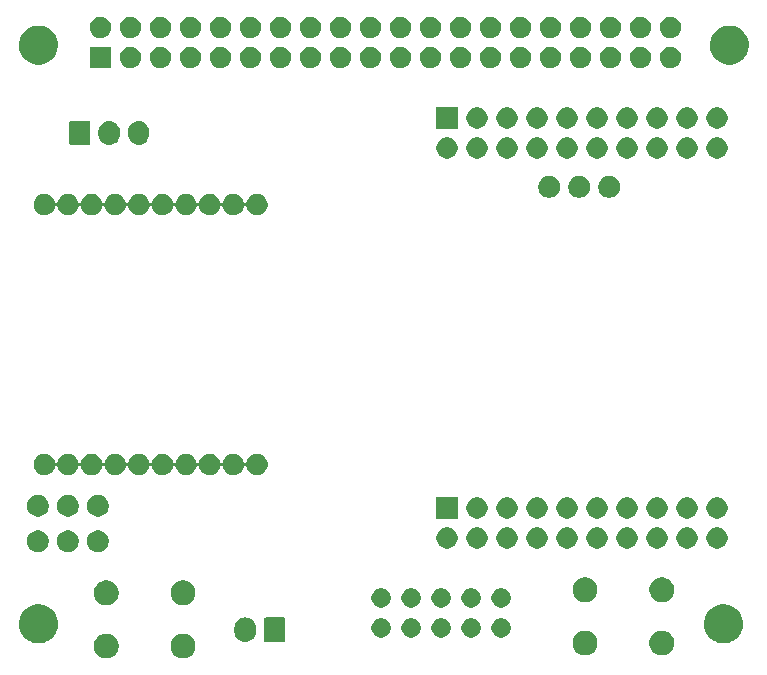
<source format=gbr>
G04 #@! TF.GenerationSoftware,KiCad,Pcbnew,(5.1.5)-3*
G04 #@! TF.CreationDate,2020-11-16T19:58:28+01:00*
G04 #@! TF.ProjectId,bus_raspi,6275735f-7261-4737-9069-2e6b69636164,rev?*
G04 #@! TF.SameCoordinates,Original*
G04 #@! TF.FileFunction,Soldermask,Bot*
G04 #@! TF.FilePolarity,Negative*
%FSLAX46Y46*%
G04 Gerber Fmt 4.6, Leading zero omitted, Abs format (unit mm)*
G04 Created by KiCad (PCBNEW (5.1.5)-3) date 2020-11-16 19:58:28*
%MOMM*%
%LPD*%
G04 APERTURE LIST*
%ADD10C,0.100000*%
G04 APERTURE END LIST*
D10*
G36*
X16054564Y-53853389D02*
G01*
X16245833Y-53932615D01*
X16245835Y-53932616D01*
X16417973Y-54047635D01*
X16564365Y-54194027D01*
X16660364Y-54337699D01*
X16679385Y-54366167D01*
X16758611Y-54557436D01*
X16799000Y-54760484D01*
X16799000Y-54967516D01*
X16758611Y-55170564D01*
X16713292Y-55279973D01*
X16679384Y-55361835D01*
X16564365Y-55533973D01*
X16417973Y-55680365D01*
X16245835Y-55795384D01*
X16245834Y-55795385D01*
X16245833Y-55795385D01*
X16054564Y-55874611D01*
X15851516Y-55915000D01*
X15644484Y-55915000D01*
X15441436Y-55874611D01*
X15250167Y-55795385D01*
X15250166Y-55795385D01*
X15250165Y-55795384D01*
X15078027Y-55680365D01*
X14931635Y-55533973D01*
X14816616Y-55361835D01*
X14782708Y-55279973D01*
X14737389Y-55170564D01*
X14697000Y-54967516D01*
X14697000Y-54760484D01*
X14737389Y-54557436D01*
X14816615Y-54366167D01*
X14835637Y-54337699D01*
X14931635Y-54194027D01*
X15078027Y-54047635D01*
X15250165Y-53932616D01*
X15250167Y-53932615D01*
X15441436Y-53853389D01*
X15644484Y-53813000D01*
X15851516Y-53813000D01*
X16054564Y-53853389D01*
G37*
G36*
X9554564Y-53853389D02*
G01*
X9745833Y-53932615D01*
X9745835Y-53932616D01*
X9917973Y-54047635D01*
X10064365Y-54194027D01*
X10160364Y-54337699D01*
X10179385Y-54366167D01*
X10258611Y-54557436D01*
X10299000Y-54760484D01*
X10299000Y-54967516D01*
X10258611Y-55170564D01*
X10213292Y-55279973D01*
X10179384Y-55361835D01*
X10064365Y-55533973D01*
X9917973Y-55680365D01*
X9745835Y-55795384D01*
X9745834Y-55795385D01*
X9745833Y-55795385D01*
X9554564Y-55874611D01*
X9351516Y-55915000D01*
X9144484Y-55915000D01*
X8941436Y-55874611D01*
X8750167Y-55795385D01*
X8750166Y-55795385D01*
X8750165Y-55795384D01*
X8578027Y-55680365D01*
X8431635Y-55533973D01*
X8316616Y-55361835D01*
X8282708Y-55279973D01*
X8237389Y-55170564D01*
X8197000Y-54967516D01*
X8197000Y-54760484D01*
X8237389Y-54557436D01*
X8316615Y-54366167D01*
X8335637Y-54337699D01*
X8431635Y-54194027D01*
X8578027Y-54047635D01*
X8750165Y-53932616D01*
X8750167Y-53932615D01*
X8941436Y-53853389D01*
X9144484Y-53813000D01*
X9351516Y-53813000D01*
X9554564Y-53853389D01*
G37*
G36*
X50090564Y-53599389D02*
G01*
X50281833Y-53678615D01*
X50281835Y-53678616D01*
X50436620Y-53782040D01*
X50453973Y-53793635D01*
X50600365Y-53940027D01*
X50715385Y-54112167D01*
X50794611Y-54303436D01*
X50835000Y-54506484D01*
X50835000Y-54713516D01*
X50794611Y-54916564D01*
X50773506Y-54967516D01*
X50715384Y-55107835D01*
X50600365Y-55279973D01*
X50453973Y-55426365D01*
X50281835Y-55541384D01*
X50281834Y-55541385D01*
X50281833Y-55541385D01*
X50090564Y-55620611D01*
X49887516Y-55661000D01*
X49680484Y-55661000D01*
X49477436Y-55620611D01*
X49286167Y-55541385D01*
X49286166Y-55541385D01*
X49286165Y-55541384D01*
X49114027Y-55426365D01*
X48967635Y-55279973D01*
X48852616Y-55107835D01*
X48794494Y-54967516D01*
X48773389Y-54916564D01*
X48733000Y-54713516D01*
X48733000Y-54506484D01*
X48773389Y-54303436D01*
X48852615Y-54112167D01*
X48967635Y-53940027D01*
X49114027Y-53793635D01*
X49131380Y-53782040D01*
X49286165Y-53678616D01*
X49286167Y-53678615D01*
X49477436Y-53599389D01*
X49680484Y-53559000D01*
X49887516Y-53559000D01*
X50090564Y-53599389D01*
G37*
G36*
X56590564Y-53599389D02*
G01*
X56781833Y-53678615D01*
X56781835Y-53678616D01*
X56936620Y-53782040D01*
X56953973Y-53793635D01*
X57100365Y-53940027D01*
X57215385Y-54112167D01*
X57294611Y-54303436D01*
X57335000Y-54506484D01*
X57335000Y-54713516D01*
X57294611Y-54916564D01*
X57273506Y-54967516D01*
X57215384Y-55107835D01*
X57100365Y-55279973D01*
X56953973Y-55426365D01*
X56781835Y-55541384D01*
X56781834Y-55541385D01*
X56781833Y-55541385D01*
X56590564Y-55620611D01*
X56387516Y-55661000D01*
X56180484Y-55661000D01*
X55977436Y-55620611D01*
X55786167Y-55541385D01*
X55786166Y-55541385D01*
X55786165Y-55541384D01*
X55614027Y-55426365D01*
X55467635Y-55279973D01*
X55352616Y-55107835D01*
X55294494Y-54967516D01*
X55273389Y-54916564D01*
X55233000Y-54713516D01*
X55233000Y-54506484D01*
X55273389Y-54303436D01*
X55352615Y-54112167D01*
X55467635Y-53940027D01*
X55614027Y-53793635D01*
X55631380Y-53782040D01*
X55786165Y-53678616D01*
X55786167Y-53678615D01*
X55977436Y-53599389D01*
X56180484Y-53559000D01*
X56387516Y-53559000D01*
X56590564Y-53599389D01*
G37*
G36*
X61875256Y-51391298D02*
G01*
X61981579Y-51412447D01*
X62282042Y-51536903D01*
X62552451Y-51717585D01*
X62782415Y-51947549D01*
X62963097Y-52217958D01*
X63085539Y-52513558D01*
X63087553Y-52518422D01*
X63151000Y-52837389D01*
X63151000Y-53162611D01*
X63122530Y-53305740D01*
X63087553Y-53481579D01*
X62963097Y-53782042D01*
X62782415Y-54052451D01*
X62552451Y-54282415D01*
X62282042Y-54463097D01*
X62282041Y-54463098D01*
X62282040Y-54463098D01*
X62225682Y-54486442D01*
X61981579Y-54587553D01*
X61875256Y-54608702D01*
X61662611Y-54651000D01*
X61337389Y-54651000D01*
X61124744Y-54608702D01*
X61018421Y-54587553D01*
X60774318Y-54486442D01*
X60717960Y-54463098D01*
X60717959Y-54463098D01*
X60717958Y-54463097D01*
X60447549Y-54282415D01*
X60217585Y-54052451D01*
X60036903Y-53782042D01*
X59912447Y-53481579D01*
X59877470Y-53305740D01*
X59849000Y-53162611D01*
X59849000Y-52837389D01*
X59912447Y-52518422D01*
X59914462Y-52513558D01*
X60036903Y-52217958D01*
X60217585Y-51947549D01*
X60447549Y-51717585D01*
X60717958Y-51536903D01*
X61018421Y-51412447D01*
X61124744Y-51391298D01*
X61337389Y-51349000D01*
X61662611Y-51349000D01*
X61875256Y-51391298D01*
G37*
G36*
X3875256Y-51391298D02*
G01*
X3981579Y-51412447D01*
X4282042Y-51536903D01*
X4552451Y-51717585D01*
X4782415Y-51947549D01*
X4963097Y-52217958D01*
X5085539Y-52513558D01*
X5087553Y-52518422D01*
X5151000Y-52837389D01*
X5151000Y-53162611D01*
X5122530Y-53305740D01*
X5087553Y-53481579D01*
X4963097Y-53782042D01*
X4782415Y-54052451D01*
X4552451Y-54282415D01*
X4282042Y-54463097D01*
X4282041Y-54463098D01*
X4282040Y-54463098D01*
X4225682Y-54486442D01*
X3981579Y-54587553D01*
X3875256Y-54608702D01*
X3662611Y-54651000D01*
X3337389Y-54651000D01*
X3124744Y-54608702D01*
X3018421Y-54587553D01*
X2774318Y-54486442D01*
X2717960Y-54463098D01*
X2717959Y-54463098D01*
X2717958Y-54463097D01*
X2447549Y-54282415D01*
X2217585Y-54052451D01*
X2036903Y-53782042D01*
X1912447Y-53481579D01*
X1877470Y-53305740D01*
X1849000Y-53162611D01*
X1849000Y-52837389D01*
X1912447Y-52518422D01*
X1914462Y-52513558D01*
X2036903Y-52217958D01*
X2217585Y-51947549D01*
X2447549Y-51717585D01*
X2717958Y-51536903D01*
X3018421Y-51412447D01*
X3124744Y-51391298D01*
X3337389Y-51349000D01*
X3662611Y-51349000D01*
X3875256Y-51391298D01*
G37*
G36*
X21176627Y-52462037D02*
G01*
X21346466Y-52513557D01*
X21502991Y-52597222D01*
X21530172Y-52619529D01*
X21640186Y-52709814D01*
X21723448Y-52811271D01*
X21752778Y-52847009D01*
X21836443Y-53003534D01*
X21887963Y-53173374D01*
X21887963Y-53173376D01*
X21896488Y-53259926D01*
X21901000Y-53305743D01*
X21901000Y-53694258D01*
X21887963Y-53826627D01*
X21836443Y-53996466D01*
X21752778Y-54152991D01*
X21723448Y-54188729D01*
X21640186Y-54290186D01*
X21502989Y-54402779D01*
X21346467Y-54486442D01*
X21346465Y-54486443D01*
X21176626Y-54537963D01*
X21000000Y-54555359D01*
X20823373Y-54537963D01*
X20653534Y-54486443D01*
X20497009Y-54402778D01*
X20454750Y-54368097D01*
X20359814Y-54290186D01*
X20247221Y-54152989D01*
X20163558Y-53996467D01*
X20163557Y-53996465D01*
X20112037Y-53826626D01*
X20099000Y-53694257D01*
X20099000Y-53305742D01*
X20103513Y-53259925D01*
X20112037Y-53173375D01*
X20112037Y-53173373D01*
X20163557Y-53003534D01*
X20247222Y-52847009D01*
X20359815Y-52709815D01*
X20497010Y-52597222D01*
X20653535Y-52513557D01*
X20823374Y-52462037D01*
X21000000Y-52444641D01*
X21176627Y-52462037D01*
G37*
G36*
X24258600Y-52452989D02*
G01*
X24291652Y-52463015D01*
X24322103Y-52479292D01*
X24348799Y-52501201D01*
X24370708Y-52527897D01*
X24386985Y-52558348D01*
X24397011Y-52591400D01*
X24401000Y-52631903D01*
X24401000Y-54368097D01*
X24397011Y-54408600D01*
X24386985Y-54441652D01*
X24370708Y-54472103D01*
X24348799Y-54498799D01*
X24322103Y-54520708D01*
X24291652Y-54536985D01*
X24258600Y-54547011D01*
X24218097Y-54551000D01*
X22781903Y-54551000D01*
X22741400Y-54547011D01*
X22708348Y-54536985D01*
X22677897Y-54520708D01*
X22651201Y-54498799D01*
X22629292Y-54472103D01*
X22613015Y-54441652D01*
X22602989Y-54408600D01*
X22599000Y-54368097D01*
X22599000Y-52631903D01*
X22602989Y-52591400D01*
X22613015Y-52558348D01*
X22629292Y-52527897D01*
X22651201Y-52501201D01*
X22677897Y-52479292D01*
X22708348Y-52463015D01*
X22741400Y-52452989D01*
X22781903Y-52449000D01*
X24218097Y-52449000D01*
X24258600Y-52452989D01*
G37*
G36*
X40369142Y-52558242D02*
G01*
X40517101Y-52619529D01*
X40650255Y-52708499D01*
X40763501Y-52821745D01*
X40852471Y-52954899D01*
X40913758Y-53102858D01*
X40945000Y-53259925D01*
X40945000Y-53420075D01*
X40913758Y-53577142D01*
X40852471Y-53725101D01*
X40763501Y-53858255D01*
X40650255Y-53971501D01*
X40517101Y-54060471D01*
X40369142Y-54121758D01*
X40212075Y-54153000D01*
X40051925Y-54153000D01*
X39894858Y-54121758D01*
X39746899Y-54060471D01*
X39613745Y-53971501D01*
X39500499Y-53858255D01*
X39411529Y-53725101D01*
X39350242Y-53577142D01*
X39319000Y-53420075D01*
X39319000Y-53259925D01*
X39350242Y-53102858D01*
X39411529Y-52954899D01*
X39500499Y-52821745D01*
X39613745Y-52708499D01*
X39746899Y-52619529D01*
X39894858Y-52558242D01*
X40051925Y-52527000D01*
X40212075Y-52527000D01*
X40369142Y-52558242D01*
G37*
G36*
X42909142Y-52558242D02*
G01*
X43057101Y-52619529D01*
X43190255Y-52708499D01*
X43303501Y-52821745D01*
X43392471Y-52954899D01*
X43453758Y-53102858D01*
X43485000Y-53259925D01*
X43485000Y-53420075D01*
X43453758Y-53577142D01*
X43392471Y-53725101D01*
X43303501Y-53858255D01*
X43190255Y-53971501D01*
X43057101Y-54060471D01*
X42909142Y-54121758D01*
X42752075Y-54153000D01*
X42591925Y-54153000D01*
X42434858Y-54121758D01*
X42286899Y-54060471D01*
X42153745Y-53971501D01*
X42040499Y-53858255D01*
X41951529Y-53725101D01*
X41890242Y-53577142D01*
X41859000Y-53420075D01*
X41859000Y-53259925D01*
X41890242Y-53102858D01*
X41951529Y-52954899D01*
X42040499Y-52821745D01*
X42153745Y-52708499D01*
X42286899Y-52619529D01*
X42434858Y-52558242D01*
X42591925Y-52527000D01*
X42752075Y-52527000D01*
X42909142Y-52558242D01*
G37*
G36*
X37829142Y-52558242D02*
G01*
X37977101Y-52619529D01*
X38110255Y-52708499D01*
X38223501Y-52821745D01*
X38312471Y-52954899D01*
X38373758Y-53102858D01*
X38405000Y-53259925D01*
X38405000Y-53420075D01*
X38373758Y-53577142D01*
X38312471Y-53725101D01*
X38223501Y-53858255D01*
X38110255Y-53971501D01*
X37977101Y-54060471D01*
X37829142Y-54121758D01*
X37672075Y-54153000D01*
X37511925Y-54153000D01*
X37354858Y-54121758D01*
X37206899Y-54060471D01*
X37073745Y-53971501D01*
X36960499Y-53858255D01*
X36871529Y-53725101D01*
X36810242Y-53577142D01*
X36779000Y-53420075D01*
X36779000Y-53259925D01*
X36810242Y-53102858D01*
X36871529Y-52954899D01*
X36960499Y-52821745D01*
X37073745Y-52708499D01*
X37206899Y-52619529D01*
X37354858Y-52558242D01*
X37511925Y-52527000D01*
X37672075Y-52527000D01*
X37829142Y-52558242D01*
G37*
G36*
X32749142Y-52558242D02*
G01*
X32897101Y-52619529D01*
X33030255Y-52708499D01*
X33143501Y-52821745D01*
X33232471Y-52954899D01*
X33293758Y-53102858D01*
X33325000Y-53259925D01*
X33325000Y-53420075D01*
X33293758Y-53577142D01*
X33232471Y-53725101D01*
X33143501Y-53858255D01*
X33030255Y-53971501D01*
X32897101Y-54060471D01*
X32749142Y-54121758D01*
X32592075Y-54153000D01*
X32431925Y-54153000D01*
X32274858Y-54121758D01*
X32126899Y-54060471D01*
X31993745Y-53971501D01*
X31880499Y-53858255D01*
X31791529Y-53725101D01*
X31730242Y-53577142D01*
X31699000Y-53420075D01*
X31699000Y-53259925D01*
X31730242Y-53102858D01*
X31791529Y-52954899D01*
X31880499Y-52821745D01*
X31993745Y-52708499D01*
X32126899Y-52619529D01*
X32274858Y-52558242D01*
X32431925Y-52527000D01*
X32592075Y-52527000D01*
X32749142Y-52558242D01*
G37*
G36*
X35289142Y-52558242D02*
G01*
X35437101Y-52619529D01*
X35570255Y-52708499D01*
X35683501Y-52821745D01*
X35772471Y-52954899D01*
X35833758Y-53102858D01*
X35865000Y-53259925D01*
X35865000Y-53420075D01*
X35833758Y-53577142D01*
X35772471Y-53725101D01*
X35683501Y-53858255D01*
X35570255Y-53971501D01*
X35437101Y-54060471D01*
X35289142Y-54121758D01*
X35132075Y-54153000D01*
X34971925Y-54153000D01*
X34814858Y-54121758D01*
X34666899Y-54060471D01*
X34533745Y-53971501D01*
X34420499Y-53858255D01*
X34331529Y-53725101D01*
X34270242Y-53577142D01*
X34239000Y-53420075D01*
X34239000Y-53259925D01*
X34270242Y-53102858D01*
X34331529Y-52954899D01*
X34420499Y-52821745D01*
X34533745Y-52708499D01*
X34666899Y-52619529D01*
X34814858Y-52558242D01*
X34971925Y-52527000D01*
X35132075Y-52527000D01*
X35289142Y-52558242D01*
G37*
G36*
X37829142Y-50018242D02*
G01*
X37977101Y-50079529D01*
X38110255Y-50168499D01*
X38223501Y-50281745D01*
X38312471Y-50414899D01*
X38373758Y-50562858D01*
X38405000Y-50719925D01*
X38405000Y-50880075D01*
X38373758Y-51037142D01*
X38312471Y-51185101D01*
X38223501Y-51318255D01*
X38110255Y-51431501D01*
X37977101Y-51520471D01*
X37829142Y-51581758D01*
X37672075Y-51613000D01*
X37511925Y-51613000D01*
X37354858Y-51581758D01*
X37206899Y-51520471D01*
X37073745Y-51431501D01*
X36960499Y-51318255D01*
X36871529Y-51185101D01*
X36810242Y-51037142D01*
X36779000Y-50880075D01*
X36779000Y-50719925D01*
X36810242Y-50562858D01*
X36871529Y-50414899D01*
X36960499Y-50281745D01*
X37073745Y-50168499D01*
X37206899Y-50079529D01*
X37354858Y-50018242D01*
X37511925Y-49987000D01*
X37672075Y-49987000D01*
X37829142Y-50018242D01*
G37*
G36*
X42909142Y-50018242D02*
G01*
X43057101Y-50079529D01*
X43190255Y-50168499D01*
X43303501Y-50281745D01*
X43392471Y-50414899D01*
X43453758Y-50562858D01*
X43485000Y-50719925D01*
X43485000Y-50880075D01*
X43453758Y-51037142D01*
X43392471Y-51185101D01*
X43303501Y-51318255D01*
X43190255Y-51431501D01*
X43057101Y-51520471D01*
X42909142Y-51581758D01*
X42752075Y-51613000D01*
X42591925Y-51613000D01*
X42434858Y-51581758D01*
X42286899Y-51520471D01*
X42153745Y-51431501D01*
X42040499Y-51318255D01*
X41951529Y-51185101D01*
X41890242Y-51037142D01*
X41859000Y-50880075D01*
X41859000Y-50719925D01*
X41890242Y-50562858D01*
X41951529Y-50414899D01*
X42040499Y-50281745D01*
X42153745Y-50168499D01*
X42286899Y-50079529D01*
X42434858Y-50018242D01*
X42591925Y-49987000D01*
X42752075Y-49987000D01*
X42909142Y-50018242D01*
G37*
G36*
X40369142Y-50018242D02*
G01*
X40517101Y-50079529D01*
X40650255Y-50168499D01*
X40763501Y-50281745D01*
X40852471Y-50414899D01*
X40913758Y-50562858D01*
X40945000Y-50719925D01*
X40945000Y-50880075D01*
X40913758Y-51037142D01*
X40852471Y-51185101D01*
X40763501Y-51318255D01*
X40650255Y-51431501D01*
X40517101Y-51520471D01*
X40369142Y-51581758D01*
X40212075Y-51613000D01*
X40051925Y-51613000D01*
X39894858Y-51581758D01*
X39746899Y-51520471D01*
X39613745Y-51431501D01*
X39500499Y-51318255D01*
X39411529Y-51185101D01*
X39350242Y-51037142D01*
X39319000Y-50880075D01*
X39319000Y-50719925D01*
X39350242Y-50562858D01*
X39411529Y-50414899D01*
X39500499Y-50281745D01*
X39613745Y-50168499D01*
X39746899Y-50079529D01*
X39894858Y-50018242D01*
X40051925Y-49987000D01*
X40212075Y-49987000D01*
X40369142Y-50018242D01*
G37*
G36*
X32749142Y-50018242D02*
G01*
X32897101Y-50079529D01*
X33030255Y-50168499D01*
X33143501Y-50281745D01*
X33232471Y-50414899D01*
X33293758Y-50562858D01*
X33325000Y-50719925D01*
X33325000Y-50880075D01*
X33293758Y-51037142D01*
X33232471Y-51185101D01*
X33143501Y-51318255D01*
X33030255Y-51431501D01*
X32897101Y-51520471D01*
X32749142Y-51581758D01*
X32592075Y-51613000D01*
X32431925Y-51613000D01*
X32274858Y-51581758D01*
X32126899Y-51520471D01*
X31993745Y-51431501D01*
X31880499Y-51318255D01*
X31791529Y-51185101D01*
X31730242Y-51037142D01*
X31699000Y-50880075D01*
X31699000Y-50719925D01*
X31730242Y-50562858D01*
X31791529Y-50414899D01*
X31880499Y-50281745D01*
X31993745Y-50168499D01*
X32126899Y-50079529D01*
X32274858Y-50018242D01*
X32431925Y-49987000D01*
X32592075Y-49987000D01*
X32749142Y-50018242D01*
G37*
G36*
X35289142Y-50018242D02*
G01*
X35437101Y-50079529D01*
X35570255Y-50168499D01*
X35683501Y-50281745D01*
X35772471Y-50414899D01*
X35833758Y-50562858D01*
X35865000Y-50719925D01*
X35865000Y-50880075D01*
X35833758Y-51037142D01*
X35772471Y-51185101D01*
X35683501Y-51318255D01*
X35570255Y-51431501D01*
X35437101Y-51520471D01*
X35289142Y-51581758D01*
X35132075Y-51613000D01*
X34971925Y-51613000D01*
X34814858Y-51581758D01*
X34666899Y-51520471D01*
X34533745Y-51431501D01*
X34420499Y-51318255D01*
X34331529Y-51185101D01*
X34270242Y-51037142D01*
X34239000Y-50880075D01*
X34239000Y-50719925D01*
X34270242Y-50562858D01*
X34331529Y-50414899D01*
X34420499Y-50281745D01*
X34533745Y-50168499D01*
X34666899Y-50079529D01*
X34814858Y-50018242D01*
X34971925Y-49987000D01*
X35132075Y-49987000D01*
X35289142Y-50018242D01*
G37*
G36*
X9554564Y-49353389D02*
G01*
X9745833Y-49432615D01*
X9745835Y-49432616D01*
X9756926Y-49440027D01*
X9917973Y-49547635D01*
X10064365Y-49694027D01*
X10179385Y-49866167D01*
X10258611Y-50057436D01*
X10299000Y-50260484D01*
X10299000Y-50467516D01*
X10258611Y-50670564D01*
X10213292Y-50779973D01*
X10179384Y-50861835D01*
X10064365Y-51033973D01*
X9917973Y-51180365D01*
X9745835Y-51295384D01*
X9745834Y-51295385D01*
X9745833Y-51295385D01*
X9554564Y-51374611D01*
X9351516Y-51415000D01*
X9144484Y-51415000D01*
X8941436Y-51374611D01*
X8750167Y-51295385D01*
X8750166Y-51295385D01*
X8750165Y-51295384D01*
X8578027Y-51180365D01*
X8431635Y-51033973D01*
X8316616Y-50861835D01*
X8282708Y-50779973D01*
X8237389Y-50670564D01*
X8197000Y-50467516D01*
X8197000Y-50260484D01*
X8237389Y-50057436D01*
X8316615Y-49866167D01*
X8431635Y-49694027D01*
X8578027Y-49547635D01*
X8739074Y-49440027D01*
X8750165Y-49432616D01*
X8750167Y-49432615D01*
X8941436Y-49353389D01*
X9144484Y-49313000D01*
X9351516Y-49313000D01*
X9554564Y-49353389D01*
G37*
G36*
X16054564Y-49353389D02*
G01*
X16245833Y-49432615D01*
X16245835Y-49432616D01*
X16256926Y-49440027D01*
X16417973Y-49547635D01*
X16564365Y-49694027D01*
X16679385Y-49866167D01*
X16758611Y-50057436D01*
X16799000Y-50260484D01*
X16799000Y-50467516D01*
X16758611Y-50670564D01*
X16713292Y-50779973D01*
X16679384Y-50861835D01*
X16564365Y-51033973D01*
X16417973Y-51180365D01*
X16245835Y-51295384D01*
X16245834Y-51295385D01*
X16245833Y-51295385D01*
X16054564Y-51374611D01*
X15851516Y-51415000D01*
X15644484Y-51415000D01*
X15441436Y-51374611D01*
X15250167Y-51295385D01*
X15250166Y-51295385D01*
X15250165Y-51295384D01*
X15078027Y-51180365D01*
X14931635Y-51033973D01*
X14816616Y-50861835D01*
X14782708Y-50779973D01*
X14737389Y-50670564D01*
X14697000Y-50467516D01*
X14697000Y-50260484D01*
X14737389Y-50057436D01*
X14816615Y-49866167D01*
X14931635Y-49694027D01*
X15078027Y-49547635D01*
X15239074Y-49440027D01*
X15250165Y-49432616D01*
X15250167Y-49432615D01*
X15441436Y-49353389D01*
X15644484Y-49313000D01*
X15851516Y-49313000D01*
X16054564Y-49353389D01*
G37*
G36*
X50090564Y-49099389D02*
G01*
X50281833Y-49178615D01*
X50281835Y-49178616D01*
X50453973Y-49293635D01*
X50600365Y-49440027D01*
X50715385Y-49612167D01*
X50794611Y-49803436D01*
X50835000Y-50006484D01*
X50835000Y-50213516D01*
X50794611Y-50416564D01*
X50734014Y-50562858D01*
X50715384Y-50607835D01*
X50600365Y-50779973D01*
X50453973Y-50926365D01*
X50281835Y-51041384D01*
X50281834Y-51041385D01*
X50281833Y-51041385D01*
X50090564Y-51120611D01*
X49887516Y-51161000D01*
X49680484Y-51161000D01*
X49477436Y-51120611D01*
X49286167Y-51041385D01*
X49286166Y-51041385D01*
X49286165Y-51041384D01*
X49114027Y-50926365D01*
X48967635Y-50779973D01*
X48852616Y-50607835D01*
X48833986Y-50562858D01*
X48773389Y-50416564D01*
X48733000Y-50213516D01*
X48733000Y-50006484D01*
X48773389Y-49803436D01*
X48852615Y-49612167D01*
X48967635Y-49440027D01*
X49114027Y-49293635D01*
X49286165Y-49178616D01*
X49286167Y-49178615D01*
X49477436Y-49099389D01*
X49680484Y-49059000D01*
X49887516Y-49059000D01*
X50090564Y-49099389D01*
G37*
G36*
X56590564Y-49099389D02*
G01*
X56781833Y-49178615D01*
X56781835Y-49178616D01*
X56953973Y-49293635D01*
X57100365Y-49440027D01*
X57215385Y-49612167D01*
X57294611Y-49803436D01*
X57335000Y-50006484D01*
X57335000Y-50213516D01*
X57294611Y-50416564D01*
X57234014Y-50562858D01*
X57215384Y-50607835D01*
X57100365Y-50779973D01*
X56953973Y-50926365D01*
X56781835Y-51041384D01*
X56781834Y-51041385D01*
X56781833Y-51041385D01*
X56590564Y-51120611D01*
X56387516Y-51161000D01*
X56180484Y-51161000D01*
X55977436Y-51120611D01*
X55786167Y-51041385D01*
X55786166Y-51041385D01*
X55786165Y-51041384D01*
X55614027Y-50926365D01*
X55467635Y-50779973D01*
X55352616Y-50607835D01*
X55333986Y-50562858D01*
X55273389Y-50416564D01*
X55233000Y-50213516D01*
X55233000Y-50006484D01*
X55273389Y-49803436D01*
X55352615Y-49612167D01*
X55467635Y-49440027D01*
X55614027Y-49293635D01*
X55786165Y-49178616D01*
X55786167Y-49178615D01*
X55977436Y-49099389D01*
X56180484Y-49059000D01*
X56387516Y-49059000D01*
X56590564Y-49099389D01*
G37*
G36*
X8810104Y-45109585D02*
G01*
X8978626Y-45179389D01*
X9130291Y-45280728D01*
X9259272Y-45409709D01*
X9360611Y-45561374D01*
X9430415Y-45729896D01*
X9466000Y-45908797D01*
X9466000Y-46091203D01*
X9430415Y-46270104D01*
X9360611Y-46438626D01*
X9259272Y-46590291D01*
X9130291Y-46719272D01*
X8978626Y-46820611D01*
X8810104Y-46890415D01*
X8631203Y-46926000D01*
X8448797Y-46926000D01*
X8269896Y-46890415D01*
X8101374Y-46820611D01*
X7949709Y-46719272D01*
X7820728Y-46590291D01*
X7719389Y-46438626D01*
X7649585Y-46270104D01*
X7614000Y-46091203D01*
X7614000Y-45908797D01*
X7649585Y-45729896D01*
X7719389Y-45561374D01*
X7820728Y-45409709D01*
X7949709Y-45280728D01*
X8101374Y-45179389D01*
X8269896Y-45109585D01*
X8448797Y-45074000D01*
X8631203Y-45074000D01*
X8810104Y-45109585D01*
G37*
G36*
X6270104Y-45109585D02*
G01*
X6438626Y-45179389D01*
X6590291Y-45280728D01*
X6719272Y-45409709D01*
X6820611Y-45561374D01*
X6890415Y-45729896D01*
X6926000Y-45908797D01*
X6926000Y-46091203D01*
X6890415Y-46270104D01*
X6820611Y-46438626D01*
X6719272Y-46590291D01*
X6590291Y-46719272D01*
X6438626Y-46820611D01*
X6270104Y-46890415D01*
X6091203Y-46926000D01*
X5908797Y-46926000D01*
X5729896Y-46890415D01*
X5561374Y-46820611D01*
X5409709Y-46719272D01*
X5280728Y-46590291D01*
X5179389Y-46438626D01*
X5109585Y-46270104D01*
X5074000Y-46091203D01*
X5074000Y-45908797D01*
X5109585Y-45729896D01*
X5179389Y-45561374D01*
X5280728Y-45409709D01*
X5409709Y-45280728D01*
X5561374Y-45179389D01*
X5729896Y-45109585D01*
X5908797Y-45074000D01*
X6091203Y-45074000D01*
X6270104Y-45109585D01*
G37*
G36*
X3730104Y-45109585D02*
G01*
X3898626Y-45179389D01*
X4050291Y-45280728D01*
X4179272Y-45409709D01*
X4280611Y-45561374D01*
X4350415Y-45729896D01*
X4386000Y-45908797D01*
X4386000Y-46091203D01*
X4350415Y-46270104D01*
X4280611Y-46438626D01*
X4179272Y-46590291D01*
X4050291Y-46719272D01*
X3898626Y-46820611D01*
X3730104Y-46890415D01*
X3551203Y-46926000D01*
X3368797Y-46926000D01*
X3189896Y-46890415D01*
X3021374Y-46820611D01*
X2869709Y-46719272D01*
X2740728Y-46590291D01*
X2639389Y-46438626D01*
X2569585Y-46270104D01*
X2534000Y-46091203D01*
X2534000Y-45908797D01*
X2569585Y-45729896D01*
X2639389Y-45561374D01*
X2740728Y-45409709D01*
X2869709Y-45280728D01*
X3021374Y-45179389D01*
X3189896Y-45109585D01*
X3368797Y-45074000D01*
X3551203Y-45074000D01*
X3730104Y-45109585D01*
G37*
G36*
X48373512Y-44823927D02*
G01*
X48522812Y-44853624D01*
X48686784Y-44921544D01*
X48834354Y-45020147D01*
X48959853Y-45145646D01*
X49058456Y-45293216D01*
X49126376Y-45457188D01*
X49161000Y-45631259D01*
X49161000Y-45808741D01*
X49126376Y-45982812D01*
X49058456Y-46146784D01*
X48959853Y-46294354D01*
X48834354Y-46419853D01*
X48686784Y-46518456D01*
X48522812Y-46586376D01*
X48373512Y-46616073D01*
X48348742Y-46621000D01*
X48171258Y-46621000D01*
X48146488Y-46616073D01*
X47997188Y-46586376D01*
X47833216Y-46518456D01*
X47685646Y-46419853D01*
X47560147Y-46294354D01*
X47461544Y-46146784D01*
X47393624Y-45982812D01*
X47359000Y-45808741D01*
X47359000Y-45631259D01*
X47393624Y-45457188D01*
X47461544Y-45293216D01*
X47560147Y-45145646D01*
X47685646Y-45020147D01*
X47833216Y-44921544D01*
X47997188Y-44853624D01*
X48146488Y-44823927D01*
X48171258Y-44819000D01*
X48348742Y-44819000D01*
X48373512Y-44823927D01*
G37*
G36*
X38213512Y-44823927D02*
G01*
X38362812Y-44853624D01*
X38526784Y-44921544D01*
X38674354Y-45020147D01*
X38799853Y-45145646D01*
X38898456Y-45293216D01*
X38966376Y-45457188D01*
X39001000Y-45631259D01*
X39001000Y-45808741D01*
X38966376Y-45982812D01*
X38898456Y-46146784D01*
X38799853Y-46294354D01*
X38674354Y-46419853D01*
X38526784Y-46518456D01*
X38362812Y-46586376D01*
X38213512Y-46616073D01*
X38188742Y-46621000D01*
X38011258Y-46621000D01*
X37986488Y-46616073D01*
X37837188Y-46586376D01*
X37673216Y-46518456D01*
X37525646Y-46419853D01*
X37400147Y-46294354D01*
X37301544Y-46146784D01*
X37233624Y-45982812D01*
X37199000Y-45808741D01*
X37199000Y-45631259D01*
X37233624Y-45457188D01*
X37301544Y-45293216D01*
X37400147Y-45145646D01*
X37525646Y-45020147D01*
X37673216Y-44921544D01*
X37837188Y-44853624D01*
X37986488Y-44823927D01*
X38011258Y-44819000D01*
X38188742Y-44819000D01*
X38213512Y-44823927D01*
G37*
G36*
X40753512Y-44823927D02*
G01*
X40902812Y-44853624D01*
X41066784Y-44921544D01*
X41214354Y-45020147D01*
X41339853Y-45145646D01*
X41438456Y-45293216D01*
X41506376Y-45457188D01*
X41541000Y-45631259D01*
X41541000Y-45808741D01*
X41506376Y-45982812D01*
X41438456Y-46146784D01*
X41339853Y-46294354D01*
X41214354Y-46419853D01*
X41066784Y-46518456D01*
X40902812Y-46586376D01*
X40753512Y-46616073D01*
X40728742Y-46621000D01*
X40551258Y-46621000D01*
X40526488Y-46616073D01*
X40377188Y-46586376D01*
X40213216Y-46518456D01*
X40065646Y-46419853D01*
X39940147Y-46294354D01*
X39841544Y-46146784D01*
X39773624Y-45982812D01*
X39739000Y-45808741D01*
X39739000Y-45631259D01*
X39773624Y-45457188D01*
X39841544Y-45293216D01*
X39940147Y-45145646D01*
X40065646Y-45020147D01*
X40213216Y-44921544D01*
X40377188Y-44853624D01*
X40526488Y-44823927D01*
X40551258Y-44819000D01*
X40728742Y-44819000D01*
X40753512Y-44823927D01*
G37*
G36*
X43293512Y-44823927D02*
G01*
X43442812Y-44853624D01*
X43606784Y-44921544D01*
X43754354Y-45020147D01*
X43879853Y-45145646D01*
X43978456Y-45293216D01*
X44046376Y-45457188D01*
X44081000Y-45631259D01*
X44081000Y-45808741D01*
X44046376Y-45982812D01*
X43978456Y-46146784D01*
X43879853Y-46294354D01*
X43754354Y-46419853D01*
X43606784Y-46518456D01*
X43442812Y-46586376D01*
X43293512Y-46616073D01*
X43268742Y-46621000D01*
X43091258Y-46621000D01*
X43066488Y-46616073D01*
X42917188Y-46586376D01*
X42753216Y-46518456D01*
X42605646Y-46419853D01*
X42480147Y-46294354D01*
X42381544Y-46146784D01*
X42313624Y-45982812D01*
X42279000Y-45808741D01*
X42279000Y-45631259D01*
X42313624Y-45457188D01*
X42381544Y-45293216D01*
X42480147Y-45145646D01*
X42605646Y-45020147D01*
X42753216Y-44921544D01*
X42917188Y-44853624D01*
X43066488Y-44823927D01*
X43091258Y-44819000D01*
X43268742Y-44819000D01*
X43293512Y-44823927D01*
G37*
G36*
X45833512Y-44823927D02*
G01*
X45982812Y-44853624D01*
X46146784Y-44921544D01*
X46294354Y-45020147D01*
X46419853Y-45145646D01*
X46518456Y-45293216D01*
X46586376Y-45457188D01*
X46621000Y-45631259D01*
X46621000Y-45808741D01*
X46586376Y-45982812D01*
X46518456Y-46146784D01*
X46419853Y-46294354D01*
X46294354Y-46419853D01*
X46146784Y-46518456D01*
X45982812Y-46586376D01*
X45833512Y-46616073D01*
X45808742Y-46621000D01*
X45631258Y-46621000D01*
X45606488Y-46616073D01*
X45457188Y-46586376D01*
X45293216Y-46518456D01*
X45145646Y-46419853D01*
X45020147Y-46294354D01*
X44921544Y-46146784D01*
X44853624Y-45982812D01*
X44819000Y-45808741D01*
X44819000Y-45631259D01*
X44853624Y-45457188D01*
X44921544Y-45293216D01*
X45020147Y-45145646D01*
X45145646Y-45020147D01*
X45293216Y-44921544D01*
X45457188Y-44853624D01*
X45606488Y-44823927D01*
X45631258Y-44819000D01*
X45808742Y-44819000D01*
X45833512Y-44823927D01*
G37*
G36*
X50913512Y-44823927D02*
G01*
X51062812Y-44853624D01*
X51226784Y-44921544D01*
X51374354Y-45020147D01*
X51499853Y-45145646D01*
X51598456Y-45293216D01*
X51666376Y-45457188D01*
X51701000Y-45631259D01*
X51701000Y-45808741D01*
X51666376Y-45982812D01*
X51598456Y-46146784D01*
X51499853Y-46294354D01*
X51374354Y-46419853D01*
X51226784Y-46518456D01*
X51062812Y-46586376D01*
X50913512Y-46616073D01*
X50888742Y-46621000D01*
X50711258Y-46621000D01*
X50686488Y-46616073D01*
X50537188Y-46586376D01*
X50373216Y-46518456D01*
X50225646Y-46419853D01*
X50100147Y-46294354D01*
X50001544Y-46146784D01*
X49933624Y-45982812D01*
X49899000Y-45808741D01*
X49899000Y-45631259D01*
X49933624Y-45457188D01*
X50001544Y-45293216D01*
X50100147Y-45145646D01*
X50225646Y-45020147D01*
X50373216Y-44921544D01*
X50537188Y-44853624D01*
X50686488Y-44823927D01*
X50711258Y-44819000D01*
X50888742Y-44819000D01*
X50913512Y-44823927D01*
G37*
G36*
X53453512Y-44823927D02*
G01*
X53602812Y-44853624D01*
X53766784Y-44921544D01*
X53914354Y-45020147D01*
X54039853Y-45145646D01*
X54138456Y-45293216D01*
X54206376Y-45457188D01*
X54241000Y-45631259D01*
X54241000Y-45808741D01*
X54206376Y-45982812D01*
X54138456Y-46146784D01*
X54039853Y-46294354D01*
X53914354Y-46419853D01*
X53766784Y-46518456D01*
X53602812Y-46586376D01*
X53453512Y-46616073D01*
X53428742Y-46621000D01*
X53251258Y-46621000D01*
X53226488Y-46616073D01*
X53077188Y-46586376D01*
X52913216Y-46518456D01*
X52765646Y-46419853D01*
X52640147Y-46294354D01*
X52541544Y-46146784D01*
X52473624Y-45982812D01*
X52439000Y-45808741D01*
X52439000Y-45631259D01*
X52473624Y-45457188D01*
X52541544Y-45293216D01*
X52640147Y-45145646D01*
X52765646Y-45020147D01*
X52913216Y-44921544D01*
X53077188Y-44853624D01*
X53226488Y-44823927D01*
X53251258Y-44819000D01*
X53428742Y-44819000D01*
X53453512Y-44823927D01*
G37*
G36*
X55993512Y-44823927D02*
G01*
X56142812Y-44853624D01*
X56306784Y-44921544D01*
X56454354Y-45020147D01*
X56579853Y-45145646D01*
X56678456Y-45293216D01*
X56746376Y-45457188D01*
X56781000Y-45631259D01*
X56781000Y-45808741D01*
X56746376Y-45982812D01*
X56678456Y-46146784D01*
X56579853Y-46294354D01*
X56454354Y-46419853D01*
X56306784Y-46518456D01*
X56142812Y-46586376D01*
X55993512Y-46616073D01*
X55968742Y-46621000D01*
X55791258Y-46621000D01*
X55766488Y-46616073D01*
X55617188Y-46586376D01*
X55453216Y-46518456D01*
X55305646Y-46419853D01*
X55180147Y-46294354D01*
X55081544Y-46146784D01*
X55013624Y-45982812D01*
X54979000Y-45808741D01*
X54979000Y-45631259D01*
X55013624Y-45457188D01*
X55081544Y-45293216D01*
X55180147Y-45145646D01*
X55305646Y-45020147D01*
X55453216Y-44921544D01*
X55617188Y-44853624D01*
X55766488Y-44823927D01*
X55791258Y-44819000D01*
X55968742Y-44819000D01*
X55993512Y-44823927D01*
G37*
G36*
X58533512Y-44823927D02*
G01*
X58682812Y-44853624D01*
X58846784Y-44921544D01*
X58994354Y-45020147D01*
X59119853Y-45145646D01*
X59218456Y-45293216D01*
X59286376Y-45457188D01*
X59321000Y-45631259D01*
X59321000Y-45808741D01*
X59286376Y-45982812D01*
X59218456Y-46146784D01*
X59119853Y-46294354D01*
X58994354Y-46419853D01*
X58846784Y-46518456D01*
X58682812Y-46586376D01*
X58533512Y-46616073D01*
X58508742Y-46621000D01*
X58331258Y-46621000D01*
X58306488Y-46616073D01*
X58157188Y-46586376D01*
X57993216Y-46518456D01*
X57845646Y-46419853D01*
X57720147Y-46294354D01*
X57621544Y-46146784D01*
X57553624Y-45982812D01*
X57519000Y-45808741D01*
X57519000Y-45631259D01*
X57553624Y-45457188D01*
X57621544Y-45293216D01*
X57720147Y-45145646D01*
X57845646Y-45020147D01*
X57993216Y-44921544D01*
X58157188Y-44853624D01*
X58306488Y-44823927D01*
X58331258Y-44819000D01*
X58508742Y-44819000D01*
X58533512Y-44823927D01*
G37*
G36*
X61073512Y-44823927D02*
G01*
X61222812Y-44853624D01*
X61386784Y-44921544D01*
X61534354Y-45020147D01*
X61659853Y-45145646D01*
X61758456Y-45293216D01*
X61826376Y-45457188D01*
X61861000Y-45631259D01*
X61861000Y-45808741D01*
X61826376Y-45982812D01*
X61758456Y-46146784D01*
X61659853Y-46294354D01*
X61534354Y-46419853D01*
X61386784Y-46518456D01*
X61222812Y-46586376D01*
X61073512Y-46616073D01*
X61048742Y-46621000D01*
X60871258Y-46621000D01*
X60846488Y-46616073D01*
X60697188Y-46586376D01*
X60533216Y-46518456D01*
X60385646Y-46419853D01*
X60260147Y-46294354D01*
X60161544Y-46146784D01*
X60093624Y-45982812D01*
X60059000Y-45808741D01*
X60059000Y-45631259D01*
X60093624Y-45457188D01*
X60161544Y-45293216D01*
X60260147Y-45145646D01*
X60385646Y-45020147D01*
X60533216Y-44921544D01*
X60697188Y-44853624D01*
X60846488Y-44823927D01*
X60871258Y-44819000D01*
X61048742Y-44819000D01*
X61073512Y-44823927D01*
G37*
G36*
X50913512Y-42283927D02*
G01*
X51062812Y-42313624D01*
X51226784Y-42381544D01*
X51374354Y-42480147D01*
X51499853Y-42605646D01*
X51598456Y-42753216D01*
X51666376Y-42917188D01*
X51701000Y-43091259D01*
X51701000Y-43268741D01*
X51666376Y-43442812D01*
X51598456Y-43606784D01*
X51499853Y-43754354D01*
X51374354Y-43879853D01*
X51226784Y-43978456D01*
X51062812Y-44046376D01*
X50913512Y-44076073D01*
X50888742Y-44081000D01*
X50711258Y-44081000D01*
X50686488Y-44076073D01*
X50537188Y-44046376D01*
X50373216Y-43978456D01*
X50225646Y-43879853D01*
X50100147Y-43754354D01*
X50001544Y-43606784D01*
X49933624Y-43442812D01*
X49899000Y-43268741D01*
X49899000Y-43091259D01*
X49933624Y-42917188D01*
X50001544Y-42753216D01*
X50100147Y-42605646D01*
X50225646Y-42480147D01*
X50373216Y-42381544D01*
X50537188Y-42313624D01*
X50686488Y-42283927D01*
X50711258Y-42279000D01*
X50888742Y-42279000D01*
X50913512Y-42283927D01*
G37*
G36*
X40753512Y-42283927D02*
G01*
X40902812Y-42313624D01*
X41066784Y-42381544D01*
X41214354Y-42480147D01*
X41339853Y-42605646D01*
X41438456Y-42753216D01*
X41506376Y-42917188D01*
X41541000Y-43091259D01*
X41541000Y-43268741D01*
X41506376Y-43442812D01*
X41438456Y-43606784D01*
X41339853Y-43754354D01*
X41214354Y-43879853D01*
X41066784Y-43978456D01*
X40902812Y-44046376D01*
X40753512Y-44076073D01*
X40728742Y-44081000D01*
X40551258Y-44081000D01*
X40526488Y-44076073D01*
X40377188Y-44046376D01*
X40213216Y-43978456D01*
X40065646Y-43879853D01*
X39940147Y-43754354D01*
X39841544Y-43606784D01*
X39773624Y-43442812D01*
X39739000Y-43268741D01*
X39739000Y-43091259D01*
X39773624Y-42917188D01*
X39841544Y-42753216D01*
X39940147Y-42605646D01*
X40065646Y-42480147D01*
X40213216Y-42381544D01*
X40377188Y-42313624D01*
X40526488Y-42283927D01*
X40551258Y-42279000D01*
X40728742Y-42279000D01*
X40753512Y-42283927D01*
G37*
G36*
X43293512Y-42283927D02*
G01*
X43442812Y-42313624D01*
X43606784Y-42381544D01*
X43754354Y-42480147D01*
X43879853Y-42605646D01*
X43978456Y-42753216D01*
X44046376Y-42917188D01*
X44081000Y-43091259D01*
X44081000Y-43268741D01*
X44046376Y-43442812D01*
X43978456Y-43606784D01*
X43879853Y-43754354D01*
X43754354Y-43879853D01*
X43606784Y-43978456D01*
X43442812Y-44046376D01*
X43293512Y-44076073D01*
X43268742Y-44081000D01*
X43091258Y-44081000D01*
X43066488Y-44076073D01*
X42917188Y-44046376D01*
X42753216Y-43978456D01*
X42605646Y-43879853D01*
X42480147Y-43754354D01*
X42381544Y-43606784D01*
X42313624Y-43442812D01*
X42279000Y-43268741D01*
X42279000Y-43091259D01*
X42313624Y-42917188D01*
X42381544Y-42753216D01*
X42480147Y-42605646D01*
X42605646Y-42480147D01*
X42753216Y-42381544D01*
X42917188Y-42313624D01*
X43066488Y-42283927D01*
X43091258Y-42279000D01*
X43268742Y-42279000D01*
X43293512Y-42283927D01*
G37*
G36*
X45833512Y-42283927D02*
G01*
X45982812Y-42313624D01*
X46146784Y-42381544D01*
X46294354Y-42480147D01*
X46419853Y-42605646D01*
X46518456Y-42753216D01*
X46586376Y-42917188D01*
X46621000Y-43091259D01*
X46621000Y-43268741D01*
X46586376Y-43442812D01*
X46518456Y-43606784D01*
X46419853Y-43754354D01*
X46294354Y-43879853D01*
X46146784Y-43978456D01*
X45982812Y-44046376D01*
X45833512Y-44076073D01*
X45808742Y-44081000D01*
X45631258Y-44081000D01*
X45606488Y-44076073D01*
X45457188Y-44046376D01*
X45293216Y-43978456D01*
X45145646Y-43879853D01*
X45020147Y-43754354D01*
X44921544Y-43606784D01*
X44853624Y-43442812D01*
X44819000Y-43268741D01*
X44819000Y-43091259D01*
X44853624Y-42917188D01*
X44921544Y-42753216D01*
X45020147Y-42605646D01*
X45145646Y-42480147D01*
X45293216Y-42381544D01*
X45457188Y-42313624D01*
X45606488Y-42283927D01*
X45631258Y-42279000D01*
X45808742Y-42279000D01*
X45833512Y-42283927D01*
G37*
G36*
X48373512Y-42283927D02*
G01*
X48522812Y-42313624D01*
X48686784Y-42381544D01*
X48834354Y-42480147D01*
X48959853Y-42605646D01*
X49058456Y-42753216D01*
X49126376Y-42917188D01*
X49161000Y-43091259D01*
X49161000Y-43268741D01*
X49126376Y-43442812D01*
X49058456Y-43606784D01*
X48959853Y-43754354D01*
X48834354Y-43879853D01*
X48686784Y-43978456D01*
X48522812Y-44046376D01*
X48373512Y-44076073D01*
X48348742Y-44081000D01*
X48171258Y-44081000D01*
X48146488Y-44076073D01*
X47997188Y-44046376D01*
X47833216Y-43978456D01*
X47685646Y-43879853D01*
X47560147Y-43754354D01*
X47461544Y-43606784D01*
X47393624Y-43442812D01*
X47359000Y-43268741D01*
X47359000Y-43091259D01*
X47393624Y-42917188D01*
X47461544Y-42753216D01*
X47560147Y-42605646D01*
X47685646Y-42480147D01*
X47833216Y-42381544D01*
X47997188Y-42313624D01*
X48146488Y-42283927D01*
X48171258Y-42279000D01*
X48348742Y-42279000D01*
X48373512Y-42283927D01*
G37*
G36*
X61073512Y-42283927D02*
G01*
X61222812Y-42313624D01*
X61386784Y-42381544D01*
X61534354Y-42480147D01*
X61659853Y-42605646D01*
X61758456Y-42753216D01*
X61826376Y-42917188D01*
X61861000Y-43091259D01*
X61861000Y-43268741D01*
X61826376Y-43442812D01*
X61758456Y-43606784D01*
X61659853Y-43754354D01*
X61534354Y-43879853D01*
X61386784Y-43978456D01*
X61222812Y-44046376D01*
X61073512Y-44076073D01*
X61048742Y-44081000D01*
X60871258Y-44081000D01*
X60846488Y-44076073D01*
X60697188Y-44046376D01*
X60533216Y-43978456D01*
X60385646Y-43879853D01*
X60260147Y-43754354D01*
X60161544Y-43606784D01*
X60093624Y-43442812D01*
X60059000Y-43268741D01*
X60059000Y-43091259D01*
X60093624Y-42917188D01*
X60161544Y-42753216D01*
X60260147Y-42605646D01*
X60385646Y-42480147D01*
X60533216Y-42381544D01*
X60697188Y-42313624D01*
X60846488Y-42283927D01*
X60871258Y-42279000D01*
X61048742Y-42279000D01*
X61073512Y-42283927D01*
G37*
G36*
X53453512Y-42283927D02*
G01*
X53602812Y-42313624D01*
X53766784Y-42381544D01*
X53914354Y-42480147D01*
X54039853Y-42605646D01*
X54138456Y-42753216D01*
X54206376Y-42917188D01*
X54241000Y-43091259D01*
X54241000Y-43268741D01*
X54206376Y-43442812D01*
X54138456Y-43606784D01*
X54039853Y-43754354D01*
X53914354Y-43879853D01*
X53766784Y-43978456D01*
X53602812Y-44046376D01*
X53453512Y-44076073D01*
X53428742Y-44081000D01*
X53251258Y-44081000D01*
X53226488Y-44076073D01*
X53077188Y-44046376D01*
X52913216Y-43978456D01*
X52765646Y-43879853D01*
X52640147Y-43754354D01*
X52541544Y-43606784D01*
X52473624Y-43442812D01*
X52439000Y-43268741D01*
X52439000Y-43091259D01*
X52473624Y-42917188D01*
X52541544Y-42753216D01*
X52640147Y-42605646D01*
X52765646Y-42480147D01*
X52913216Y-42381544D01*
X53077188Y-42313624D01*
X53226488Y-42283927D01*
X53251258Y-42279000D01*
X53428742Y-42279000D01*
X53453512Y-42283927D01*
G37*
G36*
X58533512Y-42283927D02*
G01*
X58682812Y-42313624D01*
X58846784Y-42381544D01*
X58994354Y-42480147D01*
X59119853Y-42605646D01*
X59218456Y-42753216D01*
X59286376Y-42917188D01*
X59321000Y-43091259D01*
X59321000Y-43268741D01*
X59286376Y-43442812D01*
X59218456Y-43606784D01*
X59119853Y-43754354D01*
X58994354Y-43879853D01*
X58846784Y-43978456D01*
X58682812Y-44046376D01*
X58533512Y-44076073D01*
X58508742Y-44081000D01*
X58331258Y-44081000D01*
X58306488Y-44076073D01*
X58157188Y-44046376D01*
X57993216Y-43978456D01*
X57845646Y-43879853D01*
X57720147Y-43754354D01*
X57621544Y-43606784D01*
X57553624Y-43442812D01*
X57519000Y-43268741D01*
X57519000Y-43091259D01*
X57553624Y-42917188D01*
X57621544Y-42753216D01*
X57720147Y-42605646D01*
X57845646Y-42480147D01*
X57993216Y-42381544D01*
X58157188Y-42313624D01*
X58306488Y-42283927D01*
X58331258Y-42279000D01*
X58508742Y-42279000D01*
X58533512Y-42283927D01*
G37*
G36*
X39001000Y-44081000D02*
G01*
X37199000Y-44081000D01*
X37199000Y-42279000D01*
X39001000Y-42279000D01*
X39001000Y-44081000D01*
G37*
G36*
X55993512Y-42283927D02*
G01*
X56142812Y-42313624D01*
X56306784Y-42381544D01*
X56454354Y-42480147D01*
X56579853Y-42605646D01*
X56678456Y-42753216D01*
X56746376Y-42917188D01*
X56781000Y-43091259D01*
X56781000Y-43268741D01*
X56746376Y-43442812D01*
X56678456Y-43606784D01*
X56579853Y-43754354D01*
X56454354Y-43879853D01*
X56306784Y-43978456D01*
X56142812Y-44046376D01*
X55993512Y-44076073D01*
X55968742Y-44081000D01*
X55791258Y-44081000D01*
X55766488Y-44076073D01*
X55617188Y-44046376D01*
X55453216Y-43978456D01*
X55305646Y-43879853D01*
X55180147Y-43754354D01*
X55081544Y-43606784D01*
X55013624Y-43442812D01*
X54979000Y-43268741D01*
X54979000Y-43091259D01*
X55013624Y-42917188D01*
X55081544Y-42753216D01*
X55180147Y-42605646D01*
X55305646Y-42480147D01*
X55453216Y-42381544D01*
X55617188Y-42313624D01*
X55766488Y-42283927D01*
X55791258Y-42279000D01*
X55968742Y-42279000D01*
X55993512Y-42283927D01*
G37*
G36*
X8810104Y-42109585D02*
G01*
X8978626Y-42179389D01*
X9130291Y-42280728D01*
X9259272Y-42409709D01*
X9360611Y-42561374D01*
X9430415Y-42729896D01*
X9466000Y-42908797D01*
X9466000Y-43091203D01*
X9430415Y-43270104D01*
X9360611Y-43438626D01*
X9259272Y-43590291D01*
X9130291Y-43719272D01*
X8978626Y-43820611D01*
X8810104Y-43890415D01*
X8631203Y-43926000D01*
X8448797Y-43926000D01*
X8269896Y-43890415D01*
X8101374Y-43820611D01*
X7949709Y-43719272D01*
X7820728Y-43590291D01*
X7719389Y-43438626D01*
X7649585Y-43270104D01*
X7614000Y-43091203D01*
X7614000Y-42908797D01*
X7649585Y-42729896D01*
X7719389Y-42561374D01*
X7820728Y-42409709D01*
X7949709Y-42280728D01*
X8101374Y-42179389D01*
X8269896Y-42109585D01*
X8448797Y-42074000D01*
X8631203Y-42074000D01*
X8810104Y-42109585D01*
G37*
G36*
X6270104Y-42109585D02*
G01*
X6438626Y-42179389D01*
X6590291Y-42280728D01*
X6719272Y-42409709D01*
X6820611Y-42561374D01*
X6890415Y-42729896D01*
X6926000Y-42908797D01*
X6926000Y-43091203D01*
X6890415Y-43270104D01*
X6820611Y-43438626D01*
X6719272Y-43590291D01*
X6590291Y-43719272D01*
X6438626Y-43820611D01*
X6270104Y-43890415D01*
X6091203Y-43926000D01*
X5908797Y-43926000D01*
X5729896Y-43890415D01*
X5561374Y-43820611D01*
X5409709Y-43719272D01*
X5280728Y-43590291D01*
X5179389Y-43438626D01*
X5109585Y-43270104D01*
X5074000Y-43091203D01*
X5074000Y-42908797D01*
X5109585Y-42729896D01*
X5179389Y-42561374D01*
X5280728Y-42409709D01*
X5409709Y-42280728D01*
X5561374Y-42179389D01*
X5729896Y-42109585D01*
X5908797Y-42074000D01*
X6091203Y-42074000D01*
X6270104Y-42109585D01*
G37*
G36*
X3730104Y-42109585D02*
G01*
X3898626Y-42179389D01*
X4050291Y-42280728D01*
X4179272Y-42409709D01*
X4280611Y-42561374D01*
X4350415Y-42729896D01*
X4386000Y-42908797D01*
X4386000Y-43091203D01*
X4350415Y-43270104D01*
X4280611Y-43438626D01*
X4179272Y-43590291D01*
X4050291Y-43719272D01*
X3898626Y-43820611D01*
X3730104Y-43890415D01*
X3551203Y-43926000D01*
X3368797Y-43926000D01*
X3189896Y-43890415D01*
X3021374Y-43820611D01*
X2869709Y-43719272D01*
X2740728Y-43590291D01*
X2639389Y-43438626D01*
X2569585Y-43270104D01*
X2534000Y-43091203D01*
X2534000Y-42908797D01*
X2569585Y-42729896D01*
X2639389Y-42561374D01*
X2740728Y-42409709D01*
X2869709Y-42280728D01*
X3021374Y-42179389D01*
X3189896Y-42109585D01*
X3368797Y-42074000D01*
X3551203Y-42074000D01*
X3730104Y-42109585D01*
G37*
G36*
X4113512Y-38603927D02*
G01*
X4262812Y-38633624D01*
X4426784Y-38701544D01*
X4574354Y-38800147D01*
X4699853Y-38925646D01*
X4798456Y-39073216D01*
X4866376Y-39237188D01*
X4877405Y-39292638D01*
X4884516Y-39316078D01*
X4896067Y-39337689D01*
X4911613Y-39356631D01*
X4930555Y-39372176D01*
X4952165Y-39383727D01*
X4975614Y-39390840D01*
X5000000Y-39393242D01*
X5024387Y-39390840D01*
X5047835Y-39383727D01*
X5069446Y-39372176D01*
X5088388Y-39356630D01*
X5103933Y-39337688D01*
X5115484Y-39316078D01*
X5122595Y-39292638D01*
X5133624Y-39237188D01*
X5201544Y-39073216D01*
X5300147Y-38925646D01*
X5425646Y-38800147D01*
X5573216Y-38701544D01*
X5737188Y-38633624D01*
X5886488Y-38603927D01*
X5911258Y-38599000D01*
X6088742Y-38599000D01*
X6113512Y-38603927D01*
X6262812Y-38633624D01*
X6426784Y-38701544D01*
X6574354Y-38800147D01*
X6699853Y-38925646D01*
X6798456Y-39073216D01*
X6866376Y-39237188D01*
X6877405Y-39292638D01*
X6884516Y-39316078D01*
X6896067Y-39337689D01*
X6911613Y-39356631D01*
X6930555Y-39372176D01*
X6952165Y-39383727D01*
X6975614Y-39390840D01*
X7000000Y-39393242D01*
X7024387Y-39390840D01*
X7047835Y-39383727D01*
X7069446Y-39372176D01*
X7088388Y-39356630D01*
X7103933Y-39337688D01*
X7115484Y-39316078D01*
X7122595Y-39292638D01*
X7133624Y-39237188D01*
X7201544Y-39073216D01*
X7300147Y-38925646D01*
X7425646Y-38800147D01*
X7573216Y-38701544D01*
X7737188Y-38633624D01*
X7886488Y-38603927D01*
X7911258Y-38599000D01*
X8088742Y-38599000D01*
X8113512Y-38603927D01*
X8262812Y-38633624D01*
X8426784Y-38701544D01*
X8574354Y-38800147D01*
X8699853Y-38925646D01*
X8798456Y-39073216D01*
X8866376Y-39237188D01*
X8877405Y-39292638D01*
X8884516Y-39316078D01*
X8896067Y-39337689D01*
X8911613Y-39356631D01*
X8930555Y-39372176D01*
X8952165Y-39383727D01*
X8975614Y-39390840D01*
X9000000Y-39393242D01*
X9024387Y-39390840D01*
X9047835Y-39383727D01*
X9069446Y-39372176D01*
X9088388Y-39356630D01*
X9103933Y-39337688D01*
X9115484Y-39316078D01*
X9122595Y-39292638D01*
X9133624Y-39237188D01*
X9201544Y-39073216D01*
X9300147Y-38925646D01*
X9425646Y-38800147D01*
X9573216Y-38701544D01*
X9737188Y-38633624D01*
X9886488Y-38603927D01*
X9911258Y-38599000D01*
X10088742Y-38599000D01*
X10113512Y-38603927D01*
X10262812Y-38633624D01*
X10426784Y-38701544D01*
X10574354Y-38800147D01*
X10699853Y-38925646D01*
X10798456Y-39073216D01*
X10866376Y-39237188D01*
X10877405Y-39292638D01*
X10884516Y-39316078D01*
X10896067Y-39337689D01*
X10911613Y-39356631D01*
X10930555Y-39372176D01*
X10952165Y-39383727D01*
X10975614Y-39390840D01*
X11000000Y-39393242D01*
X11024387Y-39390840D01*
X11047835Y-39383727D01*
X11069446Y-39372176D01*
X11088388Y-39356630D01*
X11103933Y-39337688D01*
X11115484Y-39316078D01*
X11122595Y-39292638D01*
X11133624Y-39237188D01*
X11201544Y-39073216D01*
X11300147Y-38925646D01*
X11425646Y-38800147D01*
X11573216Y-38701544D01*
X11737188Y-38633624D01*
X11886488Y-38603927D01*
X11911258Y-38599000D01*
X12088742Y-38599000D01*
X12113512Y-38603927D01*
X12262812Y-38633624D01*
X12426784Y-38701544D01*
X12574354Y-38800147D01*
X12699853Y-38925646D01*
X12798456Y-39073216D01*
X12866376Y-39237188D01*
X12877405Y-39292638D01*
X12884516Y-39316078D01*
X12896067Y-39337689D01*
X12911613Y-39356631D01*
X12930555Y-39372176D01*
X12952165Y-39383727D01*
X12975614Y-39390840D01*
X13000000Y-39393242D01*
X13024387Y-39390840D01*
X13047835Y-39383727D01*
X13069446Y-39372176D01*
X13088388Y-39356630D01*
X13103933Y-39337688D01*
X13115484Y-39316078D01*
X13122595Y-39292638D01*
X13133624Y-39237188D01*
X13201544Y-39073216D01*
X13300147Y-38925646D01*
X13425646Y-38800147D01*
X13573216Y-38701544D01*
X13737188Y-38633624D01*
X13886488Y-38603927D01*
X13911258Y-38599000D01*
X14088742Y-38599000D01*
X14113512Y-38603927D01*
X14262812Y-38633624D01*
X14426784Y-38701544D01*
X14574354Y-38800147D01*
X14699853Y-38925646D01*
X14798456Y-39073216D01*
X14866376Y-39237188D01*
X14877405Y-39292638D01*
X14884516Y-39316078D01*
X14896067Y-39337689D01*
X14911613Y-39356631D01*
X14930555Y-39372176D01*
X14952165Y-39383727D01*
X14975614Y-39390840D01*
X15000000Y-39393242D01*
X15024387Y-39390840D01*
X15047835Y-39383727D01*
X15069446Y-39372176D01*
X15088388Y-39356630D01*
X15103933Y-39337688D01*
X15115484Y-39316078D01*
X15122595Y-39292638D01*
X15133624Y-39237188D01*
X15201544Y-39073216D01*
X15300147Y-38925646D01*
X15425646Y-38800147D01*
X15573216Y-38701544D01*
X15737188Y-38633624D01*
X15886488Y-38603927D01*
X15911258Y-38599000D01*
X16088742Y-38599000D01*
X16113512Y-38603927D01*
X16262812Y-38633624D01*
X16426784Y-38701544D01*
X16574354Y-38800147D01*
X16699853Y-38925646D01*
X16798456Y-39073216D01*
X16866376Y-39237188D01*
X16877405Y-39292638D01*
X16884516Y-39316078D01*
X16896067Y-39337689D01*
X16911613Y-39356631D01*
X16930555Y-39372176D01*
X16952165Y-39383727D01*
X16975614Y-39390840D01*
X17000000Y-39393242D01*
X17024387Y-39390840D01*
X17047835Y-39383727D01*
X17069446Y-39372176D01*
X17088388Y-39356630D01*
X17103933Y-39337688D01*
X17115484Y-39316078D01*
X17122595Y-39292638D01*
X17133624Y-39237188D01*
X17201544Y-39073216D01*
X17300147Y-38925646D01*
X17425646Y-38800147D01*
X17573216Y-38701544D01*
X17737188Y-38633624D01*
X17886488Y-38603927D01*
X17911258Y-38599000D01*
X18088742Y-38599000D01*
X18113512Y-38603927D01*
X18262812Y-38633624D01*
X18426784Y-38701544D01*
X18574354Y-38800147D01*
X18699853Y-38925646D01*
X18798456Y-39073216D01*
X18866376Y-39237188D01*
X18877405Y-39292638D01*
X18884516Y-39316078D01*
X18896067Y-39337689D01*
X18911613Y-39356631D01*
X18930555Y-39372176D01*
X18952165Y-39383727D01*
X18975614Y-39390840D01*
X19000000Y-39393242D01*
X19024387Y-39390840D01*
X19047835Y-39383727D01*
X19069446Y-39372176D01*
X19088388Y-39356630D01*
X19103933Y-39337688D01*
X19115484Y-39316078D01*
X19122595Y-39292638D01*
X19133624Y-39237188D01*
X19201544Y-39073216D01*
X19300147Y-38925646D01*
X19425646Y-38800147D01*
X19573216Y-38701544D01*
X19737188Y-38633624D01*
X19886488Y-38603927D01*
X19911258Y-38599000D01*
X20088742Y-38599000D01*
X20113512Y-38603927D01*
X20262812Y-38633624D01*
X20426784Y-38701544D01*
X20574354Y-38800147D01*
X20699853Y-38925646D01*
X20798456Y-39073216D01*
X20866376Y-39237188D01*
X20877405Y-39292638D01*
X20884516Y-39316078D01*
X20896067Y-39337689D01*
X20911613Y-39356631D01*
X20930555Y-39372176D01*
X20952165Y-39383727D01*
X20975614Y-39390840D01*
X21000000Y-39393242D01*
X21024387Y-39390840D01*
X21047835Y-39383727D01*
X21069446Y-39372176D01*
X21088388Y-39356630D01*
X21103933Y-39337688D01*
X21115484Y-39316078D01*
X21122595Y-39292638D01*
X21133624Y-39237188D01*
X21201544Y-39073216D01*
X21300147Y-38925646D01*
X21425646Y-38800147D01*
X21573216Y-38701544D01*
X21737188Y-38633624D01*
X21886488Y-38603927D01*
X21911258Y-38599000D01*
X22088742Y-38599000D01*
X22113512Y-38603927D01*
X22262812Y-38633624D01*
X22426784Y-38701544D01*
X22574354Y-38800147D01*
X22699853Y-38925646D01*
X22798456Y-39073216D01*
X22866376Y-39237188D01*
X22901000Y-39411259D01*
X22901000Y-39588741D01*
X22866376Y-39762812D01*
X22798456Y-39926784D01*
X22699853Y-40074354D01*
X22574354Y-40199853D01*
X22426784Y-40298456D01*
X22262812Y-40366376D01*
X22113512Y-40396073D01*
X22088742Y-40401000D01*
X21911258Y-40401000D01*
X21886488Y-40396073D01*
X21737188Y-40366376D01*
X21573216Y-40298456D01*
X21425646Y-40199853D01*
X21300147Y-40074354D01*
X21201544Y-39926784D01*
X21133624Y-39762812D01*
X21122595Y-39707362D01*
X21115484Y-39683922D01*
X21103933Y-39662311D01*
X21088387Y-39643369D01*
X21069445Y-39627824D01*
X21047835Y-39616273D01*
X21024386Y-39609160D01*
X21000000Y-39606758D01*
X20975613Y-39609160D01*
X20952165Y-39616273D01*
X20930554Y-39627824D01*
X20911612Y-39643370D01*
X20896067Y-39662312D01*
X20884516Y-39683922D01*
X20877405Y-39707362D01*
X20866376Y-39762812D01*
X20798456Y-39926784D01*
X20699853Y-40074354D01*
X20574354Y-40199853D01*
X20426784Y-40298456D01*
X20262812Y-40366376D01*
X20113512Y-40396073D01*
X20088742Y-40401000D01*
X19911258Y-40401000D01*
X19886488Y-40396073D01*
X19737188Y-40366376D01*
X19573216Y-40298456D01*
X19425646Y-40199853D01*
X19300147Y-40074354D01*
X19201544Y-39926784D01*
X19133624Y-39762812D01*
X19122595Y-39707362D01*
X19115484Y-39683922D01*
X19103933Y-39662311D01*
X19088387Y-39643369D01*
X19069445Y-39627824D01*
X19047835Y-39616273D01*
X19024386Y-39609160D01*
X19000000Y-39606758D01*
X18975613Y-39609160D01*
X18952165Y-39616273D01*
X18930554Y-39627824D01*
X18911612Y-39643370D01*
X18896067Y-39662312D01*
X18884516Y-39683922D01*
X18877405Y-39707362D01*
X18866376Y-39762812D01*
X18798456Y-39926784D01*
X18699853Y-40074354D01*
X18574354Y-40199853D01*
X18426784Y-40298456D01*
X18262812Y-40366376D01*
X18113512Y-40396073D01*
X18088742Y-40401000D01*
X17911258Y-40401000D01*
X17886488Y-40396073D01*
X17737188Y-40366376D01*
X17573216Y-40298456D01*
X17425646Y-40199853D01*
X17300147Y-40074354D01*
X17201544Y-39926784D01*
X17133624Y-39762812D01*
X17122595Y-39707362D01*
X17115484Y-39683922D01*
X17103933Y-39662311D01*
X17088387Y-39643369D01*
X17069445Y-39627824D01*
X17047835Y-39616273D01*
X17024386Y-39609160D01*
X17000000Y-39606758D01*
X16975613Y-39609160D01*
X16952165Y-39616273D01*
X16930554Y-39627824D01*
X16911612Y-39643370D01*
X16896067Y-39662312D01*
X16884516Y-39683922D01*
X16877405Y-39707362D01*
X16866376Y-39762812D01*
X16798456Y-39926784D01*
X16699853Y-40074354D01*
X16574354Y-40199853D01*
X16426784Y-40298456D01*
X16262812Y-40366376D01*
X16113512Y-40396073D01*
X16088742Y-40401000D01*
X15911258Y-40401000D01*
X15886488Y-40396073D01*
X15737188Y-40366376D01*
X15573216Y-40298456D01*
X15425646Y-40199853D01*
X15300147Y-40074354D01*
X15201544Y-39926784D01*
X15133624Y-39762812D01*
X15122595Y-39707362D01*
X15115484Y-39683922D01*
X15103933Y-39662311D01*
X15088387Y-39643369D01*
X15069445Y-39627824D01*
X15047835Y-39616273D01*
X15024386Y-39609160D01*
X15000000Y-39606758D01*
X14975613Y-39609160D01*
X14952165Y-39616273D01*
X14930554Y-39627824D01*
X14911612Y-39643370D01*
X14896067Y-39662312D01*
X14884516Y-39683922D01*
X14877405Y-39707362D01*
X14866376Y-39762812D01*
X14798456Y-39926784D01*
X14699853Y-40074354D01*
X14574354Y-40199853D01*
X14426784Y-40298456D01*
X14262812Y-40366376D01*
X14113512Y-40396073D01*
X14088742Y-40401000D01*
X13911258Y-40401000D01*
X13886488Y-40396073D01*
X13737188Y-40366376D01*
X13573216Y-40298456D01*
X13425646Y-40199853D01*
X13300147Y-40074354D01*
X13201544Y-39926784D01*
X13133624Y-39762812D01*
X13122595Y-39707362D01*
X13115484Y-39683922D01*
X13103933Y-39662311D01*
X13088387Y-39643369D01*
X13069445Y-39627824D01*
X13047835Y-39616273D01*
X13024386Y-39609160D01*
X13000000Y-39606758D01*
X12975613Y-39609160D01*
X12952165Y-39616273D01*
X12930554Y-39627824D01*
X12911612Y-39643370D01*
X12896067Y-39662312D01*
X12884516Y-39683922D01*
X12877405Y-39707362D01*
X12866376Y-39762812D01*
X12798456Y-39926784D01*
X12699853Y-40074354D01*
X12574354Y-40199853D01*
X12426784Y-40298456D01*
X12262812Y-40366376D01*
X12113512Y-40396073D01*
X12088742Y-40401000D01*
X11911258Y-40401000D01*
X11886488Y-40396073D01*
X11737188Y-40366376D01*
X11573216Y-40298456D01*
X11425646Y-40199853D01*
X11300147Y-40074354D01*
X11201544Y-39926784D01*
X11133624Y-39762812D01*
X11122595Y-39707362D01*
X11115484Y-39683922D01*
X11103933Y-39662311D01*
X11088387Y-39643369D01*
X11069445Y-39627824D01*
X11047835Y-39616273D01*
X11024386Y-39609160D01*
X11000000Y-39606758D01*
X10975613Y-39609160D01*
X10952165Y-39616273D01*
X10930554Y-39627824D01*
X10911612Y-39643370D01*
X10896067Y-39662312D01*
X10884516Y-39683922D01*
X10877405Y-39707362D01*
X10866376Y-39762812D01*
X10798456Y-39926784D01*
X10699853Y-40074354D01*
X10574354Y-40199853D01*
X10426784Y-40298456D01*
X10262812Y-40366376D01*
X10113512Y-40396073D01*
X10088742Y-40401000D01*
X9911258Y-40401000D01*
X9886488Y-40396073D01*
X9737188Y-40366376D01*
X9573216Y-40298456D01*
X9425646Y-40199853D01*
X9300147Y-40074354D01*
X9201544Y-39926784D01*
X9133624Y-39762812D01*
X9122595Y-39707362D01*
X9115484Y-39683922D01*
X9103933Y-39662311D01*
X9088387Y-39643369D01*
X9069445Y-39627824D01*
X9047835Y-39616273D01*
X9024386Y-39609160D01*
X9000000Y-39606758D01*
X8975613Y-39609160D01*
X8952165Y-39616273D01*
X8930554Y-39627824D01*
X8911612Y-39643370D01*
X8896067Y-39662312D01*
X8884516Y-39683922D01*
X8877405Y-39707362D01*
X8866376Y-39762812D01*
X8798456Y-39926784D01*
X8699853Y-40074354D01*
X8574354Y-40199853D01*
X8426784Y-40298456D01*
X8262812Y-40366376D01*
X8113512Y-40396073D01*
X8088742Y-40401000D01*
X7911258Y-40401000D01*
X7886488Y-40396073D01*
X7737188Y-40366376D01*
X7573216Y-40298456D01*
X7425646Y-40199853D01*
X7300147Y-40074354D01*
X7201544Y-39926784D01*
X7133624Y-39762812D01*
X7122595Y-39707362D01*
X7115484Y-39683922D01*
X7103933Y-39662311D01*
X7088387Y-39643369D01*
X7069445Y-39627824D01*
X7047835Y-39616273D01*
X7024386Y-39609160D01*
X7000000Y-39606758D01*
X6975613Y-39609160D01*
X6952165Y-39616273D01*
X6930554Y-39627824D01*
X6911612Y-39643370D01*
X6896067Y-39662312D01*
X6884516Y-39683922D01*
X6877405Y-39707362D01*
X6866376Y-39762812D01*
X6798456Y-39926784D01*
X6699853Y-40074354D01*
X6574354Y-40199853D01*
X6426784Y-40298456D01*
X6262812Y-40366376D01*
X6113512Y-40396073D01*
X6088742Y-40401000D01*
X5911258Y-40401000D01*
X5886488Y-40396073D01*
X5737188Y-40366376D01*
X5573216Y-40298456D01*
X5425646Y-40199853D01*
X5300147Y-40074354D01*
X5201544Y-39926784D01*
X5133624Y-39762812D01*
X5122595Y-39707362D01*
X5115484Y-39683922D01*
X5103933Y-39662311D01*
X5088387Y-39643369D01*
X5069445Y-39627824D01*
X5047835Y-39616273D01*
X5024386Y-39609160D01*
X5000000Y-39606758D01*
X4975613Y-39609160D01*
X4952165Y-39616273D01*
X4930554Y-39627824D01*
X4911612Y-39643370D01*
X4896067Y-39662312D01*
X4884516Y-39683922D01*
X4877405Y-39707362D01*
X4866376Y-39762812D01*
X4798456Y-39926784D01*
X4699853Y-40074354D01*
X4574354Y-40199853D01*
X4426784Y-40298456D01*
X4262812Y-40366376D01*
X4113512Y-40396073D01*
X4088742Y-40401000D01*
X3911258Y-40401000D01*
X3886488Y-40396073D01*
X3737188Y-40366376D01*
X3573216Y-40298456D01*
X3425646Y-40199853D01*
X3300147Y-40074354D01*
X3201544Y-39926784D01*
X3133624Y-39762812D01*
X3099000Y-39588741D01*
X3099000Y-39411259D01*
X3133624Y-39237188D01*
X3201544Y-39073216D01*
X3300147Y-38925646D01*
X3425646Y-38800147D01*
X3573216Y-38701544D01*
X3737188Y-38633624D01*
X3886488Y-38603927D01*
X3911258Y-38599000D01*
X4088742Y-38599000D01*
X4113512Y-38603927D01*
G37*
G36*
X4113512Y-16603927D02*
G01*
X4262812Y-16633624D01*
X4426784Y-16701544D01*
X4574354Y-16800147D01*
X4699853Y-16925646D01*
X4798456Y-17073216D01*
X4866376Y-17237188D01*
X4877405Y-17292638D01*
X4884516Y-17316078D01*
X4896067Y-17337689D01*
X4911613Y-17356631D01*
X4930555Y-17372176D01*
X4952165Y-17383727D01*
X4975614Y-17390840D01*
X5000000Y-17393242D01*
X5024387Y-17390840D01*
X5047835Y-17383727D01*
X5069446Y-17372176D01*
X5088388Y-17356630D01*
X5103933Y-17337688D01*
X5115484Y-17316078D01*
X5122595Y-17292638D01*
X5133624Y-17237188D01*
X5201544Y-17073216D01*
X5300147Y-16925646D01*
X5425646Y-16800147D01*
X5573216Y-16701544D01*
X5737188Y-16633624D01*
X5886488Y-16603927D01*
X5911258Y-16599000D01*
X6088742Y-16599000D01*
X6113512Y-16603927D01*
X6262812Y-16633624D01*
X6426784Y-16701544D01*
X6574354Y-16800147D01*
X6699853Y-16925646D01*
X6798456Y-17073216D01*
X6866376Y-17237188D01*
X6877405Y-17292638D01*
X6884516Y-17316078D01*
X6896067Y-17337689D01*
X6911613Y-17356631D01*
X6930555Y-17372176D01*
X6952165Y-17383727D01*
X6975614Y-17390840D01*
X7000000Y-17393242D01*
X7024387Y-17390840D01*
X7047835Y-17383727D01*
X7069446Y-17372176D01*
X7088388Y-17356630D01*
X7103933Y-17337688D01*
X7115484Y-17316078D01*
X7122595Y-17292638D01*
X7133624Y-17237188D01*
X7201544Y-17073216D01*
X7300147Y-16925646D01*
X7425646Y-16800147D01*
X7573216Y-16701544D01*
X7737188Y-16633624D01*
X7886488Y-16603927D01*
X7911258Y-16599000D01*
X8088742Y-16599000D01*
X8113512Y-16603927D01*
X8262812Y-16633624D01*
X8426784Y-16701544D01*
X8574354Y-16800147D01*
X8699853Y-16925646D01*
X8798456Y-17073216D01*
X8866376Y-17237188D01*
X8877405Y-17292638D01*
X8884516Y-17316078D01*
X8896067Y-17337689D01*
X8911613Y-17356631D01*
X8930555Y-17372176D01*
X8952165Y-17383727D01*
X8975614Y-17390840D01*
X9000000Y-17393242D01*
X9024387Y-17390840D01*
X9047835Y-17383727D01*
X9069446Y-17372176D01*
X9088388Y-17356630D01*
X9103933Y-17337688D01*
X9115484Y-17316078D01*
X9122595Y-17292638D01*
X9133624Y-17237188D01*
X9201544Y-17073216D01*
X9300147Y-16925646D01*
X9425646Y-16800147D01*
X9573216Y-16701544D01*
X9737188Y-16633624D01*
X9886488Y-16603927D01*
X9911258Y-16599000D01*
X10088742Y-16599000D01*
X10113512Y-16603927D01*
X10262812Y-16633624D01*
X10426784Y-16701544D01*
X10574354Y-16800147D01*
X10699853Y-16925646D01*
X10798456Y-17073216D01*
X10866376Y-17237188D01*
X10877405Y-17292638D01*
X10884516Y-17316078D01*
X10896067Y-17337689D01*
X10911613Y-17356631D01*
X10930555Y-17372176D01*
X10952165Y-17383727D01*
X10975614Y-17390840D01*
X11000000Y-17393242D01*
X11024387Y-17390840D01*
X11047835Y-17383727D01*
X11069446Y-17372176D01*
X11088388Y-17356630D01*
X11103933Y-17337688D01*
X11115484Y-17316078D01*
X11122595Y-17292638D01*
X11133624Y-17237188D01*
X11201544Y-17073216D01*
X11300147Y-16925646D01*
X11425646Y-16800147D01*
X11573216Y-16701544D01*
X11737188Y-16633624D01*
X11886488Y-16603927D01*
X11911258Y-16599000D01*
X12088742Y-16599000D01*
X12113512Y-16603927D01*
X12262812Y-16633624D01*
X12426784Y-16701544D01*
X12574354Y-16800147D01*
X12699853Y-16925646D01*
X12798456Y-17073216D01*
X12866376Y-17237188D01*
X12877405Y-17292638D01*
X12884516Y-17316078D01*
X12896067Y-17337689D01*
X12911613Y-17356631D01*
X12930555Y-17372176D01*
X12952165Y-17383727D01*
X12975614Y-17390840D01*
X13000000Y-17393242D01*
X13024387Y-17390840D01*
X13047835Y-17383727D01*
X13069446Y-17372176D01*
X13088388Y-17356630D01*
X13103933Y-17337688D01*
X13115484Y-17316078D01*
X13122595Y-17292638D01*
X13133624Y-17237188D01*
X13201544Y-17073216D01*
X13300147Y-16925646D01*
X13425646Y-16800147D01*
X13573216Y-16701544D01*
X13737188Y-16633624D01*
X13886488Y-16603927D01*
X13911258Y-16599000D01*
X14088742Y-16599000D01*
X14113512Y-16603927D01*
X14262812Y-16633624D01*
X14426784Y-16701544D01*
X14574354Y-16800147D01*
X14699853Y-16925646D01*
X14798456Y-17073216D01*
X14866376Y-17237188D01*
X14877405Y-17292638D01*
X14884516Y-17316078D01*
X14896067Y-17337689D01*
X14911613Y-17356631D01*
X14930555Y-17372176D01*
X14952165Y-17383727D01*
X14975614Y-17390840D01*
X15000000Y-17393242D01*
X15024387Y-17390840D01*
X15047835Y-17383727D01*
X15069446Y-17372176D01*
X15088388Y-17356630D01*
X15103933Y-17337688D01*
X15115484Y-17316078D01*
X15122595Y-17292638D01*
X15133624Y-17237188D01*
X15201544Y-17073216D01*
X15300147Y-16925646D01*
X15425646Y-16800147D01*
X15573216Y-16701544D01*
X15737188Y-16633624D01*
X15886488Y-16603927D01*
X15911258Y-16599000D01*
X16088742Y-16599000D01*
X16113512Y-16603927D01*
X16262812Y-16633624D01*
X16426784Y-16701544D01*
X16574354Y-16800147D01*
X16699853Y-16925646D01*
X16798456Y-17073216D01*
X16866376Y-17237188D01*
X16877405Y-17292638D01*
X16884516Y-17316078D01*
X16896067Y-17337689D01*
X16911613Y-17356631D01*
X16930555Y-17372176D01*
X16952165Y-17383727D01*
X16975614Y-17390840D01*
X17000000Y-17393242D01*
X17024387Y-17390840D01*
X17047835Y-17383727D01*
X17069446Y-17372176D01*
X17088388Y-17356630D01*
X17103933Y-17337688D01*
X17115484Y-17316078D01*
X17122595Y-17292638D01*
X17133624Y-17237188D01*
X17201544Y-17073216D01*
X17300147Y-16925646D01*
X17425646Y-16800147D01*
X17573216Y-16701544D01*
X17737188Y-16633624D01*
X17886488Y-16603927D01*
X17911258Y-16599000D01*
X18088742Y-16599000D01*
X18113512Y-16603927D01*
X18262812Y-16633624D01*
X18426784Y-16701544D01*
X18574354Y-16800147D01*
X18699853Y-16925646D01*
X18798456Y-17073216D01*
X18866376Y-17237188D01*
X18877405Y-17292638D01*
X18884516Y-17316078D01*
X18896067Y-17337689D01*
X18911613Y-17356631D01*
X18930555Y-17372176D01*
X18952165Y-17383727D01*
X18975614Y-17390840D01*
X19000000Y-17393242D01*
X19024387Y-17390840D01*
X19047835Y-17383727D01*
X19069446Y-17372176D01*
X19088388Y-17356630D01*
X19103933Y-17337688D01*
X19115484Y-17316078D01*
X19122595Y-17292638D01*
X19133624Y-17237188D01*
X19201544Y-17073216D01*
X19300147Y-16925646D01*
X19425646Y-16800147D01*
X19573216Y-16701544D01*
X19737188Y-16633624D01*
X19886488Y-16603927D01*
X19911258Y-16599000D01*
X20088742Y-16599000D01*
X20113512Y-16603927D01*
X20262812Y-16633624D01*
X20426784Y-16701544D01*
X20574354Y-16800147D01*
X20699853Y-16925646D01*
X20798456Y-17073216D01*
X20866376Y-17237188D01*
X20877405Y-17292638D01*
X20884516Y-17316078D01*
X20896067Y-17337689D01*
X20911613Y-17356631D01*
X20930555Y-17372176D01*
X20952165Y-17383727D01*
X20975614Y-17390840D01*
X21000000Y-17393242D01*
X21024387Y-17390840D01*
X21047835Y-17383727D01*
X21069446Y-17372176D01*
X21088388Y-17356630D01*
X21103933Y-17337688D01*
X21115484Y-17316078D01*
X21122595Y-17292638D01*
X21133624Y-17237188D01*
X21201544Y-17073216D01*
X21300147Y-16925646D01*
X21425646Y-16800147D01*
X21573216Y-16701544D01*
X21737188Y-16633624D01*
X21886488Y-16603927D01*
X21911258Y-16599000D01*
X22088742Y-16599000D01*
X22113512Y-16603927D01*
X22262812Y-16633624D01*
X22426784Y-16701544D01*
X22574354Y-16800147D01*
X22699853Y-16925646D01*
X22798456Y-17073216D01*
X22866376Y-17237188D01*
X22901000Y-17411259D01*
X22901000Y-17588741D01*
X22866376Y-17762812D01*
X22798456Y-17926784D01*
X22699853Y-18074354D01*
X22574354Y-18199853D01*
X22426784Y-18298456D01*
X22262812Y-18366376D01*
X22113512Y-18396073D01*
X22088742Y-18401000D01*
X21911258Y-18401000D01*
X21886488Y-18396073D01*
X21737188Y-18366376D01*
X21573216Y-18298456D01*
X21425646Y-18199853D01*
X21300147Y-18074354D01*
X21201544Y-17926784D01*
X21133624Y-17762812D01*
X21122595Y-17707362D01*
X21115484Y-17683922D01*
X21103933Y-17662311D01*
X21088387Y-17643369D01*
X21069445Y-17627824D01*
X21047835Y-17616273D01*
X21024386Y-17609160D01*
X21000000Y-17606758D01*
X20975613Y-17609160D01*
X20952165Y-17616273D01*
X20930554Y-17627824D01*
X20911612Y-17643370D01*
X20896067Y-17662312D01*
X20884516Y-17683922D01*
X20877405Y-17707362D01*
X20866376Y-17762812D01*
X20798456Y-17926784D01*
X20699853Y-18074354D01*
X20574354Y-18199853D01*
X20426784Y-18298456D01*
X20262812Y-18366376D01*
X20113512Y-18396073D01*
X20088742Y-18401000D01*
X19911258Y-18401000D01*
X19886488Y-18396073D01*
X19737188Y-18366376D01*
X19573216Y-18298456D01*
X19425646Y-18199853D01*
X19300147Y-18074354D01*
X19201544Y-17926784D01*
X19133624Y-17762812D01*
X19122595Y-17707362D01*
X19115484Y-17683922D01*
X19103933Y-17662311D01*
X19088387Y-17643369D01*
X19069445Y-17627824D01*
X19047835Y-17616273D01*
X19024386Y-17609160D01*
X19000000Y-17606758D01*
X18975613Y-17609160D01*
X18952165Y-17616273D01*
X18930554Y-17627824D01*
X18911612Y-17643370D01*
X18896067Y-17662312D01*
X18884516Y-17683922D01*
X18877405Y-17707362D01*
X18866376Y-17762812D01*
X18798456Y-17926784D01*
X18699853Y-18074354D01*
X18574354Y-18199853D01*
X18426784Y-18298456D01*
X18262812Y-18366376D01*
X18113512Y-18396073D01*
X18088742Y-18401000D01*
X17911258Y-18401000D01*
X17886488Y-18396073D01*
X17737188Y-18366376D01*
X17573216Y-18298456D01*
X17425646Y-18199853D01*
X17300147Y-18074354D01*
X17201544Y-17926784D01*
X17133624Y-17762812D01*
X17122595Y-17707362D01*
X17115484Y-17683922D01*
X17103933Y-17662311D01*
X17088387Y-17643369D01*
X17069445Y-17627824D01*
X17047835Y-17616273D01*
X17024386Y-17609160D01*
X17000000Y-17606758D01*
X16975613Y-17609160D01*
X16952165Y-17616273D01*
X16930554Y-17627824D01*
X16911612Y-17643370D01*
X16896067Y-17662312D01*
X16884516Y-17683922D01*
X16877405Y-17707362D01*
X16866376Y-17762812D01*
X16798456Y-17926784D01*
X16699853Y-18074354D01*
X16574354Y-18199853D01*
X16426784Y-18298456D01*
X16262812Y-18366376D01*
X16113512Y-18396073D01*
X16088742Y-18401000D01*
X15911258Y-18401000D01*
X15886488Y-18396073D01*
X15737188Y-18366376D01*
X15573216Y-18298456D01*
X15425646Y-18199853D01*
X15300147Y-18074354D01*
X15201544Y-17926784D01*
X15133624Y-17762812D01*
X15122595Y-17707362D01*
X15115484Y-17683922D01*
X15103933Y-17662311D01*
X15088387Y-17643369D01*
X15069445Y-17627824D01*
X15047835Y-17616273D01*
X15024386Y-17609160D01*
X15000000Y-17606758D01*
X14975613Y-17609160D01*
X14952165Y-17616273D01*
X14930554Y-17627824D01*
X14911612Y-17643370D01*
X14896067Y-17662312D01*
X14884516Y-17683922D01*
X14877405Y-17707362D01*
X14866376Y-17762812D01*
X14798456Y-17926784D01*
X14699853Y-18074354D01*
X14574354Y-18199853D01*
X14426784Y-18298456D01*
X14262812Y-18366376D01*
X14113512Y-18396073D01*
X14088742Y-18401000D01*
X13911258Y-18401000D01*
X13886488Y-18396073D01*
X13737188Y-18366376D01*
X13573216Y-18298456D01*
X13425646Y-18199853D01*
X13300147Y-18074354D01*
X13201544Y-17926784D01*
X13133624Y-17762812D01*
X13122595Y-17707362D01*
X13115484Y-17683922D01*
X13103933Y-17662311D01*
X13088387Y-17643369D01*
X13069445Y-17627824D01*
X13047835Y-17616273D01*
X13024386Y-17609160D01*
X13000000Y-17606758D01*
X12975613Y-17609160D01*
X12952165Y-17616273D01*
X12930554Y-17627824D01*
X12911612Y-17643370D01*
X12896067Y-17662312D01*
X12884516Y-17683922D01*
X12877405Y-17707362D01*
X12866376Y-17762812D01*
X12798456Y-17926784D01*
X12699853Y-18074354D01*
X12574354Y-18199853D01*
X12426784Y-18298456D01*
X12262812Y-18366376D01*
X12113512Y-18396073D01*
X12088742Y-18401000D01*
X11911258Y-18401000D01*
X11886488Y-18396073D01*
X11737188Y-18366376D01*
X11573216Y-18298456D01*
X11425646Y-18199853D01*
X11300147Y-18074354D01*
X11201544Y-17926784D01*
X11133624Y-17762812D01*
X11122595Y-17707362D01*
X11115484Y-17683922D01*
X11103933Y-17662311D01*
X11088387Y-17643369D01*
X11069445Y-17627824D01*
X11047835Y-17616273D01*
X11024386Y-17609160D01*
X11000000Y-17606758D01*
X10975613Y-17609160D01*
X10952165Y-17616273D01*
X10930554Y-17627824D01*
X10911612Y-17643370D01*
X10896067Y-17662312D01*
X10884516Y-17683922D01*
X10877405Y-17707362D01*
X10866376Y-17762812D01*
X10798456Y-17926784D01*
X10699853Y-18074354D01*
X10574354Y-18199853D01*
X10426784Y-18298456D01*
X10262812Y-18366376D01*
X10113512Y-18396073D01*
X10088742Y-18401000D01*
X9911258Y-18401000D01*
X9886488Y-18396073D01*
X9737188Y-18366376D01*
X9573216Y-18298456D01*
X9425646Y-18199853D01*
X9300147Y-18074354D01*
X9201544Y-17926784D01*
X9133624Y-17762812D01*
X9122595Y-17707362D01*
X9115484Y-17683922D01*
X9103933Y-17662311D01*
X9088387Y-17643369D01*
X9069445Y-17627824D01*
X9047835Y-17616273D01*
X9024386Y-17609160D01*
X9000000Y-17606758D01*
X8975613Y-17609160D01*
X8952165Y-17616273D01*
X8930554Y-17627824D01*
X8911612Y-17643370D01*
X8896067Y-17662312D01*
X8884516Y-17683922D01*
X8877405Y-17707362D01*
X8866376Y-17762812D01*
X8798456Y-17926784D01*
X8699853Y-18074354D01*
X8574354Y-18199853D01*
X8426784Y-18298456D01*
X8262812Y-18366376D01*
X8113512Y-18396073D01*
X8088742Y-18401000D01*
X7911258Y-18401000D01*
X7886488Y-18396073D01*
X7737188Y-18366376D01*
X7573216Y-18298456D01*
X7425646Y-18199853D01*
X7300147Y-18074354D01*
X7201544Y-17926784D01*
X7133624Y-17762812D01*
X7122595Y-17707362D01*
X7115484Y-17683922D01*
X7103933Y-17662311D01*
X7088387Y-17643369D01*
X7069445Y-17627824D01*
X7047835Y-17616273D01*
X7024386Y-17609160D01*
X7000000Y-17606758D01*
X6975613Y-17609160D01*
X6952165Y-17616273D01*
X6930554Y-17627824D01*
X6911612Y-17643370D01*
X6896067Y-17662312D01*
X6884516Y-17683922D01*
X6877405Y-17707362D01*
X6866376Y-17762812D01*
X6798456Y-17926784D01*
X6699853Y-18074354D01*
X6574354Y-18199853D01*
X6426784Y-18298456D01*
X6262812Y-18366376D01*
X6113512Y-18396073D01*
X6088742Y-18401000D01*
X5911258Y-18401000D01*
X5886488Y-18396073D01*
X5737188Y-18366376D01*
X5573216Y-18298456D01*
X5425646Y-18199853D01*
X5300147Y-18074354D01*
X5201544Y-17926784D01*
X5133624Y-17762812D01*
X5122595Y-17707362D01*
X5115484Y-17683922D01*
X5103933Y-17662311D01*
X5088387Y-17643369D01*
X5069445Y-17627824D01*
X5047835Y-17616273D01*
X5024386Y-17609160D01*
X5000000Y-17606758D01*
X4975613Y-17609160D01*
X4952165Y-17616273D01*
X4930554Y-17627824D01*
X4911612Y-17643370D01*
X4896067Y-17662312D01*
X4884516Y-17683922D01*
X4877405Y-17707362D01*
X4866376Y-17762812D01*
X4798456Y-17926784D01*
X4699853Y-18074354D01*
X4574354Y-18199853D01*
X4426784Y-18298456D01*
X4262812Y-18366376D01*
X4113512Y-18396073D01*
X4088742Y-18401000D01*
X3911258Y-18401000D01*
X3886488Y-18396073D01*
X3737188Y-18366376D01*
X3573216Y-18298456D01*
X3425646Y-18199853D01*
X3300147Y-18074354D01*
X3201544Y-17926784D01*
X3133624Y-17762812D01*
X3099000Y-17588741D01*
X3099000Y-17411259D01*
X3133624Y-17237188D01*
X3201544Y-17073216D01*
X3300147Y-16925646D01*
X3425646Y-16800147D01*
X3573216Y-16701544D01*
X3737188Y-16633624D01*
X3886488Y-16603927D01*
X3911258Y-16599000D01*
X4088742Y-16599000D01*
X4113512Y-16603927D01*
G37*
G36*
X47006104Y-15111585D02*
G01*
X47174626Y-15181389D01*
X47326291Y-15282728D01*
X47455272Y-15411709D01*
X47556611Y-15563374D01*
X47626415Y-15731896D01*
X47662000Y-15910797D01*
X47662000Y-16093203D01*
X47626415Y-16272104D01*
X47556611Y-16440626D01*
X47455272Y-16592291D01*
X47326291Y-16721272D01*
X47174626Y-16822611D01*
X47006104Y-16892415D01*
X46827203Y-16928000D01*
X46644797Y-16928000D01*
X46465896Y-16892415D01*
X46297374Y-16822611D01*
X46145709Y-16721272D01*
X46016728Y-16592291D01*
X45915389Y-16440626D01*
X45845585Y-16272104D01*
X45810000Y-16093203D01*
X45810000Y-15910797D01*
X45845585Y-15731896D01*
X45915389Y-15563374D01*
X46016728Y-15411709D01*
X46145709Y-15282728D01*
X46297374Y-15181389D01*
X46465896Y-15111585D01*
X46644797Y-15076000D01*
X46827203Y-15076000D01*
X47006104Y-15111585D01*
G37*
G36*
X49546104Y-15111585D02*
G01*
X49714626Y-15181389D01*
X49866291Y-15282728D01*
X49995272Y-15411709D01*
X50096611Y-15563374D01*
X50166415Y-15731896D01*
X50202000Y-15910797D01*
X50202000Y-16093203D01*
X50166415Y-16272104D01*
X50096611Y-16440626D01*
X49995272Y-16592291D01*
X49866291Y-16721272D01*
X49714626Y-16822611D01*
X49546104Y-16892415D01*
X49367203Y-16928000D01*
X49184797Y-16928000D01*
X49005896Y-16892415D01*
X48837374Y-16822611D01*
X48685709Y-16721272D01*
X48556728Y-16592291D01*
X48455389Y-16440626D01*
X48385585Y-16272104D01*
X48350000Y-16093203D01*
X48350000Y-15910797D01*
X48385585Y-15731896D01*
X48455389Y-15563374D01*
X48556728Y-15411709D01*
X48685709Y-15282728D01*
X48837374Y-15181389D01*
X49005896Y-15111585D01*
X49184797Y-15076000D01*
X49367203Y-15076000D01*
X49546104Y-15111585D01*
G37*
G36*
X52086104Y-15111585D02*
G01*
X52254626Y-15181389D01*
X52406291Y-15282728D01*
X52535272Y-15411709D01*
X52636611Y-15563374D01*
X52706415Y-15731896D01*
X52742000Y-15910797D01*
X52742000Y-16093203D01*
X52706415Y-16272104D01*
X52636611Y-16440626D01*
X52535272Y-16592291D01*
X52406291Y-16721272D01*
X52254626Y-16822611D01*
X52086104Y-16892415D01*
X51907203Y-16928000D01*
X51724797Y-16928000D01*
X51545896Y-16892415D01*
X51377374Y-16822611D01*
X51225709Y-16721272D01*
X51096728Y-16592291D01*
X50995389Y-16440626D01*
X50925585Y-16272104D01*
X50890000Y-16093203D01*
X50890000Y-15910797D01*
X50925585Y-15731896D01*
X50995389Y-15563374D01*
X51096728Y-15411709D01*
X51225709Y-15282728D01*
X51377374Y-15181389D01*
X51545896Y-15111585D01*
X51724797Y-15076000D01*
X51907203Y-15076000D01*
X52086104Y-15111585D01*
G37*
G36*
X40753512Y-11803927D02*
G01*
X40902812Y-11833624D01*
X41066784Y-11901544D01*
X41214354Y-12000147D01*
X41339853Y-12125646D01*
X41438456Y-12273216D01*
X41506376Y-12437188D01*
X41541000Y-12611259D01*
X41541000Y-12788741D01*
X41506376Y-12962812D01*
X41438456Y-13126784D01*
X41339853Y-13274354D01*
X41214354Y-13399853D01*
X41066784Y-13498456D01*
X40902812Y-13566376D01*
X40753512Y-13596073D01*
X40728742Y-13601000D01*
X40551258Y-13601000D01*
X40526488Y-13596073D01*
X40377188Y-13566376D01*
X40213216Y-13498456D01*
X40065646Y-13399853D01*
X39940147Y-13274354D01*
X39841544Y-13126784D01*
X39773624Y-12962812D01*
X39739000Y-12788741D01*
X39739000Y-12611259D01*
X39773624Y-12437188D01*
X39841544Y-12273216D01*
X39940147Y-12125646D01*
X40065646Y-12000147D01*
X40213216Y-11901544D01*
X40377188Y-11833624D01*
X40526488Y-11803927D01*
X40551258Y-11799000D01*
X40728742Y-11799000D01*
X40753512Y-11803927D01*
G37*
G36*
X53453512Y-11803927D02*
G01*
X53602812Y-11833624D01*
X53766784Y-11901544D01*
X53914354Y-12000147D01*
X54039853Y-12125646D01*
X54138456Y-12273216D01*
X54206376Y-12437188D01*
X54241000Y-12611259D01*
X54241000Y-12788741D01*
X54206376Y-12962812D01*
X54138456Y-13126784D01*
X54039853Y-13274354D01*
X53914354Y-13399853D01*
X53766784Y-13498456D01*
X53602812Y-13566376D01*
X53453512Y-13596073D01*
X53428742Y-13601000D01*
X53251258Y-13601000D01*
X53226488Y-13596073D01*
X53077188Y-13566376D01*
X52913216Y-13498456D01*
X52765646Y-13399853D01*
X52640147Y-13274354D01*
X52541544Y-13126784D01*
X52473624Y-12962812D01*
X52439000Y-12788741D01*
X52439000Y-12611259D01*
X52473624Y-12437188D01*
X52541544Y-12273216D01*
X52640147Y-12125646D01*
X52765646Y-12000147D01*
X52913216Y-11901544D01*
X53077188Y-11833624D01*
X53226488Y-11803927D01*
X53251258Y-11799000D01*
X53428742Y-11799000D01*
X53453512Y-11803927D01*
G37*
G36*
X50913512Y-11803927D02*
G01*
X51062812Y-11833624D01*
X51226784Y-11901544D01*
X51374354Y-12000147D01*
X51499853Y-12125646D01*
X51598456Y-12273216D01*
X51666376Y-12437188D01*
X51701000Y-12611259D01*
X51701000Y-12788741D01*
X51666376Y-12962812D01*
X51598456Y-13126784D01*
X51499853Y-13274354D01*
X51374354Y-13399853D01*
X51226784Y-13498456D01*
X51062812Y-13566376D01*
X50913512Y-13596073D01*
X50888742Y-13601000D01*
X50711258Y-13601000D01*
X50686488Y-13596073D01*
X50537188Y-13566376D01*
X50373216Y-13498456D01*
X50225646Y-13399853D01*
X50100147Y-13274354D01*
X50001544Y-13126784D01*
X49933624Y-12962812D01*
X49899000Y-12788741D01*
X49899000Y-12611259D01*
X49933624Y-12437188D01*
X50001544Y-12273216D01*
X50100147Y-12125646D01*
X50225646Y-12000147D01*
X50373216Y-11901544D01*
X50537188Y-11833624D01*
X50686488Y-11803927D01*
X50711258Y-11799000D01*
X50888742Y-11799000D01*
X50913512Y-11803927D01*
G37*
G36*
X48373512Y-11803927D02*
G01*
X48522812Y-11833624D01*
X48686784Y-11901544D01*
X48834354Y-12000147D01*
X48959853Y-12125646D01*
X49058456Y-12273216D01*
X49126376Y-12437188D01*
X49161000Y-12611259D01*
X49161000Y-12788741D01*
X49126376Y-12962812D01*
X49058456Y-13126784D01*
X48959853Y-13274354D01*
X48834354Y-13399853D01*
X48686784Y-13498456D01*
X48522812Y-13566376D01*
X48373512Y-13596073D01*
X48348742Y-13601000D01*
X48171258Y-13601000D01*
X48146488Y-13596073D01*
X47997188Y-13566376D01*
X47833216Y-13498456D01*
X47685646Y-13399853D01*
X47560147Y-13274354D01*
X47461544Y-13126784D01*
X47393624Y-12962812D01*
X47359000Y-12788741D01*
X47359000Y-12611259D01*
X47393624Y-12437188D01*
X47461544Y-12273216D01*
X47560147Y-12125646D01*
X47685646Y-12000147D01*
X47833216Y-11901544D01*
X47997188Y-11833624D01*
X48146488Y-11803927D01*
X48171258Y-11799000D01*
X48348742Y-11799000D01*
X48373512Y-11803927D01*
G37*
G36*
X45833512Y-11803927D02*
G01*
X45982812Y-11833624D01*
X46146784Y-11901544D01*
X46294354Y-12000147D01*
X46419853Y-12125646D01*
X46518456Y-12273216D01*
X46586376Y-12437188D01*
X46621000Y-12611259D01*
X46621000Y-12788741D01*
X46586376Y-12962812D01*
X46518456Y-13126784D01*
X46419853Y-13274354D01*
X46294354Y-13399853D01*
X46146784Y-13498456D01*
X45982812Y-13566376D01*
X45833512Y-13596073D01*
X45808742Y-13601000D01*
X45631258Y-13601000D01*
X45606488Y-13596073D01*
X45457188Y-13566376D01*
X45293216Y-13498456D01*
X45145646Y-13399853D01*
X45020147Y-13274354D01*
X44921544Y-13126784D01*
X44853624Y-12962812D01*
X44819000Y-12788741D01*
X44819000Y-12611259D01*
X44853624Y-12437188D01*
X44921544Y-12273216D01*
X45020147Y-12125646D01*
X45145646Y-12000147D01*
X45293216Y-11901544D01*
X45457188Y-11833624D01*
X45606488Y-11803927D01*
X45631258Y-11799000D01*
X45808742Y-11799000D01*
X45833512Y-11803927D01*
G37*
G36*
X43293512Y-11803927D02*
G01*
X43442812Y-11833624D01*
X43606784Y-11901544D01*
X43754354Y-12000147D01*
X43879853Y-12125646D01*
X43978456Y-12273216D01*
X44046376Y-12437188D01*
X44081000Y-12611259D01*
X44081000Y-12788741D01*
X44046376Y-12962812D01*
X43978456Y-13126784D01*
X43879853Y-13274354D01*
X43754354Y-13399853D01*
X43606784Y-13498456D01*
X43442812Y-13566376D01*
X43293512Y-13596073D01*
X43268742Y-13601000D01*
X43091258Y-13601000D01*
X43066488Y-13596073D01*
X42917188Y-13566376D01*
X42753216Y-13498456D01*
X42605646Y-13399853D01*
X42480147Y-13274354D01*
X42381544Y-13126784D01*
X42313624Y-12962812D01*
X42279000Y-12788741D01*
X42279000Y-12611259D01*
X42313624Y-12437188D01*
X42381544Y-12273216D01*
X42480147Y-12125646D01*
X42605646Y-12000147D01*
X42753216Y-11901544D01*
X42917188Y-11833624D01*
X43066488Y-11803927D01*
X43091258Y-11799000D01*
X43268742Y-11799000D01*
X43293512Y-11803927D01*
G37*
G36*
X38213512Y-11803927D02*
G01*
X38362812Y-11833624D01*
X38526784Y-11901544D01*
X38674354Y-12000147D01*
X38799853Y-12125646D01*
X38898456Y-12273216D01*
X38966376Y-12437188D01*
X39001000Y-12611259D01*
X39001000Y-12788741D01*
X38966376Y-12962812D01*
X38898456Y-13126784D01*
X38799853Y-13274354D01*
X38674354Y-13399853D01*
X38526784Y-13498456D01*
X38362812Y-13566376D01*
X38213512Y-13596073D01*
X38188742Y-13601000D01*
X38011258Y-13601000D01*
X37986488Y-13596073D01*
X37837188Y-13566376D01*
X37673216Y-13498456D01*
X37525646Y-13399853D01*
X37400147Y-13274354D01*
X37301544Y-13126784D01*
X37233624Y-12962812D01*
X37199000Y-12788741D01*
X37199000Y-12611259D01*
X37233624Y-12437188D01*
X37301544Y-12273216D01*
X37400147Y-12125646D01*
X37525646Y-12000147D01*
X37673216Y-11901544D01*
X37837188Y-11833624D01*
X37986488Y-11803927D01*
X38011258Y-11799000D01*
X38188742Y-11799000D01*
X38213512Y-11803927D01*
G37*
G36*
X55993512Y-11803927D02*
G01*
X56142812Y-11833624D01*
X56306784Y-11901544D01*
X56454354Y-12000147D01*
X56579853Y-12125646D01*
X56678456Y-12273216D01*
X56746376Y-12437188D01*
X56781000Y-12611259D01*
X56781000Y-12788741D01*
X56746376Y-12962812D01*
X56678456Y-13126784D01*
X56579853Y-13274354D01*
X56454354Y-13399853D01*
X56306784Y-13498456D01*
X56142812Y-13566376D01*
X55993512Y-13596073D01*
X55968742Y-13601000D01*
X55791258Y-13601000D01*
X55766488Y-13596073D01*
X55617188Y-13566376D01*
X55453216Y-13498456D01*
X55305646Y-13399853D01*
X55180147Y-13274354D01*
X55081544Y-13126784D01*
X55013624Y-12962812D01*
X54979000Y-12788741D01*
X54979000Y-12611259D01*
X55013624Y-12437188D01*
X55081544Y-12273216D01*
X55180147Y-12125646D01*
X55305646Y-12000147D01*
X55453216Y-11901544D01*
X55617188Y-11833624D01*
X55766488Y-11803927D01*
X55791258Y-11799000D01*
X55968742Y-11799000D01*
X55993512Y-11803927D01*
G37*
G36*
X58533512Y-11803927D02*
G01*
X58682812Y-11833624D01*
X58846784Y-11901544D01*
X58994354Y-12000147D01*
X59119853Y-12125646D01*
X59218456Y-12273216D01*
X59286376Y-12437188D01*
X59321000Y-12611259D01*
X59321000Y-12788741D01*
X59286376Y-12962812D01*
X59218456Y-13126784D01*
X59119853Y-13274354D01*
X58994354Y-13399853D01*
X58846784Y-13498456D01*
X58682812Y-13566376D01*
X58533512Y-13596073D01*
X58508742Y-13601000D01*
X58331258Y-13601000D01*
X58306488Y-13596073D01*
X58157188Y-13566376D01*
X57993216Y-13498456D01*
X57845646Y-13399853D01*
X57720147Y-13274354D01*
X57621544Y-13126784D01*
X57553624Y-12962812D01*
X57519000Y-12788741D01*
X57519000Y-12611259D01*
X57553624Y-12437188D01*
X57621544Y-12273216D01*
X57720147Y-12125646D01*
X57845646Y-12000147D01*
X57993216Y-11901544D01*
X58157188Y-11833624D01*
X58306488Y-11803927D01*
X58331258Y-11799000D01*
X58508742Y-11799000D01*
X58533512Y-11803927D01*
G37*
G36*
X61073512Y-11803927D02*
G01*
X61222812Y-11833624D01*
X61386784Y-11901544D01*
X61534354Y-12000147D01*
X61659853Y-12125646D01*
X61758456Y-12273216D01*
X61826376Y-12437188D01*
X61861000Y-12611259D01*
X61861000Y-12788741D01*
X61826376Y-12962812D01*
X61758456Y-13126784D01*
X61659853Y-13274354D01*
X61534354Y-13399853D01*
X61386784Y-13498456D01*
X61222812Y-13566376D01*
X61073512Y-13596073D01*
X61048742Y-13601000D01*
X60871258Y-13601000D01*
X60846488Y-13596073D01*
X60697188Y-13566376D01*
X60533216Y-13498456D01*
X60385646Y-13399853D01*
X60260147Y-13274354D01*
X60161544Y-13126784D01*
X60093624Y-12962812D01*
X60059000Y-12788741D01*
X60059000Y-12611259D01*
X60093624Y-12437188D01*
X60161544Y-12273216D01*
X60260147Y-12125646D01*
X60385646Y-12000147D01*
X60533216Y-11901544D01*
X60697188Y-11833624D01*
X60846488Y-11803927D01*
X60871258Y-11799000D01*
X61048742Y-11799000D01*
X61073512Y-11803927D01*
G37*
G36*
X9661626Y-10417037D02*
G01*
X9831465Y-10468557D01*
X9831467Y-10468558D01*
X9987989Y-10552221D01*
X10125186Y-10664814D01*
X10182254Y-10734353D01*
X10237778Y-10802009D01*
X10321443Y-10958534D01*
X10372963Y-11128373D01*
X10386000Y-11260742D01*
X10386000Y-11599257D01*
X10372963Y-11731626D01*
X10321443Y-11901466D01*
X10237778Y-12057991D01*
X10208448Y-12093729D01*
X10125186Y-12195186D01*
X10030250Y-12273097D01*
X9987991Y-12307778D01*
X9831466Y-12391443D01*
X9661627Y-12442963D01*
X9485000Y-12460359D01*
X9308374Y-12442963D01*
X9138535Y-12391443D01*
X8982010Y-12307778D01*
X8844815Y-12195185D01*
X8732222Y-12057991D01*
X8648557Y-11901466D01*
X8597037Y-11731627D01*
X8584000Y-11599258D01*
X8584000Y-11260743D01*
X8597037Y-11128374D01*
X8648557Y-10958535D01*
X8701304Y-10859853D01*
X8732221Y-10802011D01*
X8844814Y-10664814D01*
X8946271Y-10581552D01*
X8982009Y-10552222D01*
X9138534Y-10468557D01*
X9308373Y-10417037D01*
X9485000Y-10399641D01*
X9661626Y-10417037D01*
G37*
G36*
X12161626Y-10417037D02*
G01*
X12331465Y-10468557D01*
X12331467Y-10468558D01*
X12487989Y-10552221D01*
X12625186Y-10664814D01*
X12682254Y-10734353D01*
X12737778Y-10802009D01*
X12821443Y-10958534D01*
X12872963Y-11128373D01*
X12886000Y-11260742D01*
X12886000Y-11599257D01*
X12872963Y-11731626D01*
X12821443Y-11901466D01*
X12737778Y-12057991D01*
X12708448Y-12093729D01*
X12625186Y-12195186D01*
X12530250Y-12273097D01*
X12487991Y-12307778D01*
X12331466Y-12391443D01*
X12161627Y-12442963D01*
X11985000Y-12460359D01*
X11808374Y-12442963D01*
X11638535Y-12391443D01*
X11482010Y-12307778D01*
X11344815Y-12195185D01*
X11232222Y-12057991D01*
X11148557Y-11901466D01*
X11097037Y-11731627D01*
X11084000Y-11599258D01*
X11084000Y-11260743D01*
X11097037Y-11128374D01*
X11148557Y-10958535D01*
X11201304Y-10859853D01*
X11232221Y-10802011D01*
X11344814Y-10664814D01*
X11446271Y-10581552D01*
X11482009Y-10552222D01*
X11638534Y-10468557D01*
X11808373Y-10417037D01*
X11985000Y-10399641D01*
X12161626Y-10417037D01*
G37*
G36*
X7743600Y-10407989D02*
G01*
X7776652Y-10418015D01*
X7807103Y-10434292D01*
X7833799Y-10456201D01*
X7855708Y-10482897D01*
X7871985Y-10513348D01*
X7882011Y-10546400D01*
X7886000Y-10586903D01*
X7886000Y-12273097D01*
X7882011Y-12313600D01*
X7871985Y-12346652D01*
X7855708Y-12377103D01*
X7833799Y-12403799D01*
X7807103Y-12425708D01*
X7776652Y-12441985D01*
X7743600Y-12452011D01*
X7703097Y-12456000D01*
X6266903Y-12456000D01*
X6226400Y-12452011D01*
X6193348Y-12441985D01*
X6162897Y-12425708D01*
X6136201Y-12403799D01*
X6114292Y-12377103D01*
X6098015Y-12346652D01*
X6087989Y-12313600D01*
X6084000Y-12273097D01*
X6084000Y-10586903D01*
X6087989Y-10546400D01*
X6098015Y-10513348D01*
X6114292Y-10482897D01*
X6136201Y-10456201D01*
X6162897Y-10434292D01*
X6193348Y-10418015D01*
X6226400Y-10407989D01*
X6266903Y-10404000D01*
X7703097Y-10404000D01*
X7743600Y-10407989D01*
G37*
G36*
X43293512Y-9263927D02*
G01*
X43442812Y-9293624D01*
X43606784Y-9361544D01*
X43754354Y-9460147D01*
X43879853Y-9585646D01*
X43978456Y-9733216D01*
X44046376Y-9897188D01*
X44081000Y-10071259D01*
X44081000Y-10248741D01*
X44046376Y-10422812D01*
X43978456Y-10586784D01*
X43879853Y-10734354D01*
X43754354Y-10859853D01*
X43606784Y-10958456D01*
X43442812Y-11026376D01*
X43293512Y-11056073D01*
X43268742Y-11061000D01*
X43091258Y-11061000D01*
X43066488Y-11056073D01*
X42917188Y-11026376D01*
X42753216Y-10958456D01*
X42605646Y-10859853D01*
X42480147Y-10734354D01*
X42381544Y-10586784D01*
X42313624Y-10422812D01*
X42279000Y-10248741D01*
X42279000Y-10071259D01*
X42313624Y-9897188D01*
X42381544Y-9733216D01*
X42480147Y-9585646D01*
X42605646Y-9460147D01*
X42753216Y-9361544D01*
X42917188Y-9293624D01*
X43066488Y-9263927D01*
X43091258Y-9259000D01*
X43268742Y-9259000D01*
X43293512Y-9263927D01*
G37*
G36*
X58533512Y-9263927D02*
G01*
X58682812Y-9293624D01*
X58846784Y-9361544D01*
X58994354Y-9460147D01*
X59119853Y-9585646D01*
X59218456Y-9733216D01*
X59286376Y-9897188D01*
X59321000Y-10071259D01*
X59321000Y-10248741D01*
X59286376Y-10422812D01*
X59218456Y-10586784D01*
X59119853Y-10734354D01*
X58994354Y-10859853D01*
X58846784Y-10958456D01*
X58682812Y-11026376D01*
X58533512Y-11056073D01*
X58508742Y-11061000D01*
X58331258Y-11061000D01*
X58306488Y-11056073D01*
X58157188Y-11026376D01*
X57993216Y-10958456D01*
X57845646Y-10859853D01*
X57720147Y-10734354D01*
X57621544Y-10586784D01*
X57553624Y-10422812D01*
X57519000Y-10248741D01*
X57519000Y-10071259D01*
X57553624Y-9897188D01*
X57621544Y-9733216D01*
X57720147Y-9585646D01*
X57845646Y-9460147D01*
X57993216Y-9361544D01*
X58157188Y-9293624D01*
X58306488Y-9263927D01*
X58331258Y-9259000D01*
X58508742Y-9259000D01*
X58533512Y-9263927D01*
G37*
G36*
X39001000Y-11061000D02*
G01*
X37199000Y-11061000D01*
X37199000Y-9259000D01*
X39001000Y-9259000D01*
X39001000Y-11061000D01*
G37*
G36*
X45833512Y-9263927D02*
G01*
X45982812Y-9293624D01*
X46146784Y-9361544D01*
X46294354Y-9460147D01*
X46419853Y-9585646D01*
X46518456Y-9733216D01*
X46586376Y-9897188D01*
X46621000Y-10071259D01*
X46621000Y-10248741D01*
X46586376Y-10422812D01*
X46518456Y-10586784D01*
X46419853Y-10734354D01*
X46294354Y-10859853D01*
X46146784Y-10958456D01*
X45982812Y-11026376D01*
X45833512Y-11056073D01*
X45808742Y-11061000D01*
X45631258Y-11061000D01*
X45606488Y-11056073D01*
X45457188Y-11026376D01*
X45293216Y-10958456D01*
X45145646Y-10859853D01*
X45020147Y-10734354D01*
X44921544Y-10586784D01*
X44853624Y-10422812D01*
X44819000Y-10248741D01*
X44819000Y-10071259D01*
X44853624Y-9897188D01*
X44921544Y-9733216D01*
X45020147Y-9585646D01*
X45145646Y-9460147D01*
X45293216Y-9361544D01*
X45457188Y-9293624D01*
X45606488Y-9263927D01*
X45631258Y-9259000D01*
X45808742Y-9259000D01*
X45833512Y-9263927D01*
G37*
G36*
X48373512Y-9263927D02*
G01*
X48522812Y-9293624D01*
X48686784Y-9361544D01*
X48834354Y-9460147D01*
X48959853Y-9585646D01*
X49058456Y-9733216D01*
X49126376Y-9897188D01*
X49161000Y-10071259D01*
X49161000Y-10248741D01*
X49126376Y-10422812D01*
X49058456Y-10586784D01*
X48959853Y-10734354D01*
X48834354Y-10859853D01*
X48686784Y-10958456D01*
X48522812Y-11026376D01*
X48373512Y-11056073D01*
X48348742Y-11061000D01*
X48171258Y-11061000D01*
X48146488Y-11056073D01*
X47997188Y-11026376D01*
X47833216Y-10958456D01*
X47685646Y-10859853D01*
X47560147Y-10734354D01*
X47461544Y-10586784D01*
X47393624Y-10422812D01*
X47359000Y-10248741D01*
X47359000Y-10071259D01*
X47393624Y-9897188D01*
X47461544Y-9733216D01*
X47560147Y-9585646D01*
X47685646Y-9460147D01*
X47833216Y-9361544D01*
X47997188Y-9293624D01*
X48146488Y-9263927D01*
X48171258Y-9259000D01*
X48348742Y-9259000D01*
X48373512Y-9263927D01*
G37*
G36*
X61073512Y-9263927D02*
G01*
X61222812Y-9293624D01*
X61386784Y-9361544D01*
X61534354Y-9460147D01*
X61659853Y-9585646D01*
X61758456Y-9733216D01*
X61826376Y-9897188D01*
X61861000Y-10071259D01*
X61861000Y-10248741D01*
X61826376Y-10422812D01*
X61758456Y-10586784D01*
X61659853Y-10734354D01*
X61534354Y-10859853D01*
X61386784Y-10958456D01*
X61222812Y-11026376D01*
X61073512Y-11056073D01*
X61048742Y-11061000D01*
X60871258Y-11061000D01*
X60846488Y-11056073D01*
X60697188Y-11026376D01*
X60533216Y-10958456D01*
X60385646Y-10859853D01*
X60260147Y-10734354D01*
X60161544Y-10586784D01*
X60093624Y-10422812D01*
X60059000Y-10248741D01*
X60059000Y-10071259D01*
X60093624Y-9897188D01*
X60161544Y-9733216D01*
X60260147Y-9585646D01*
X60385646Y-9460147D01*
X60533216Y-9361544D01*
X60697188Y-9293624D01*
X60846488Y-9263927D01*
X60871258Y-9259000D01*
X61048742Y-9259000D01*
X61073512Y-9263927D01*
G37*
G36*
X50913512Y-9263927D02*
G01*
X51062812Y-9293624D01*
X51226784Y-9361544D01*
X51374354Y-9460147D01*
X51499853Y-9585646D01*
X51598456Y-9733216D01*
X51666376Y-9897188D01*
X51701000Y-10071259D01*
X51701000Y-10248741D01*
X51666376Y-10422812D01*
X51598456Y-10586784D01*
X51499853Y-10734354D01*
X51374354Y-10859853D01*
X51226784Y-10958456D01*
X51062812Y-11026376D01*
X50913512Y-11056073D01*
X50888742Y-11061000D01*
X50711258Y-11061000D01*
X50686488Y-11056073D01*
X50537188Y-11026376D01*
X50373216Y-10958456D01*
X50225646Y-10859853D01*
X50100147Y-10734354D01*
X50001544Y-10586784D01*
X49933624Y-10422812D01*
X49899000Y-10248741D01*
X49899000Y-10071259D01*
X49933624Y-9897188D01*
X50001544Y-9733216D01*
X50100147Y-9585646D01*
X50225646Y-9460147D01*
X50373216Y-9361544D01*
X50537188Y-9293624D01*
X50686488Y-9263927D01*
X50711258Y-9259000D01*
X50888742Y-9259000D01*
X50913512Y-9263927D01*
G37*
G36*
X53453512Y-9263927D02*
G01*
X53602812Y-9293624D01*
X53766784Y-9361544D01*
X53914354Y-9460147D01*
X54039853Y-9585646D01*
X54138456Y-9733216D01*
X54206376Y-9897188D01*
X54241000Y-10071259D01*
X54241000Y-10248741D01*
X54206376Y-10422812D01*
X54138456Y-10586784D01*
X54039853Y-10734354D01*
X53914354Y-10859853D01*
X53766784Y-10958456D01*
X53602812Y-11026376D01*
X53453512Y-11056073D01*
X53428742Y-11061000D01*
X53251258Y-11061000D01*
X53226488Y-11056073D01*
X53077188Y-11026376D01*
X52913216Y-10958456D01*
X52765646Y-10859853D01*
X52640147Y-10734354D01*
X52541544Y-10586784D01*
X52473624Y-10422812D01*
X52439000Y-10248741D01*
X52439000Y-10071259D01*
X52473624Y-9897188D01*
X52541544Y-9733216D01*
X52640147Y-9585646D01*
X52765646Y-9460147D01*
X52913216Y-9361544D01*
X53077188Y-9293624D01*
X53226488Y-9263927D01*
X53251258Y-9259000D01*
X53428742Y-9259000D01*
X53453512Y-9263927D01*
G37*
G36*
X55993512Y-9263927D02*
G01*
X56142812Y-9293624D01*
X56306784Y-9361544D01*
X56454354Y-9460147D01*
X56579853Y-9585646D01*
X56678456Y-9733216D01*
X56746376Y-9897188D01*
X56781000Y-10071259D01*
X56781000Y-10248741D01*
X56746376Y-10422812D01*
X56678456Y-10586784D01*
X56579853Y-10734354D01*
X56454354Y-10859853D01*
X56306784Y-10958456D01*
X56142812Y-11026376D01*
X55993512Y-11056073D01*
X55968742Y-11061000D01*
X55791258Y-11061000D01*
X55766488Y-11056073D01*
X55617188Y-11026376D01*
X55453216Y-10958456D01*
X55305646Y-10859853D01*
X55180147Y-10734354D01*
X55081544Y-10586784D01*
X55013624Y-10422812D01*
X54979000Y-10248741D01*
X54979000Y-10071259D01*
X55013624Y-9897188D01*
X55081544Y-9733216D01*
X55180147Y-9585646D01*
X55305646Y-9460147D01*
X55453216Y-9361544D01*
X55617188Y-9293624D01*
X55766488Y-9263927D01*
X55791258Y-9259000D01*
X55968742Y-9259000D01*
X55993512Y-9263927D01*
G37*
G36*
X40753512Y-9263927D02*
G01*
X40902812Y-9293624D01*
X41066784Y-9361544D01*
X41214354Y-9460147D01*
X41339853Y-9585646D01*
X41438456Y-9733216D01*
X41506376Y-9897188D01*
X41541000Y-10071259D01*
X41541000Y-10248741D01*
X41506376Y-10422812D01*
X41438456Y-10586784D01*
X41339853Y-10734354D01*
X41214354Y-10859853D01*
X41066784Y-10958456D01*
X40902812Y-11026376D01*
X40753512Y-11056073D01*
X40728742Y-11061000D01*
X40551258Y-11061000D01*
X40526488Y-11056073D01*
X40377188Y-11026376D01*
X40213216Y-10958456D01*
X40065646Y-10859853D01*
X39940147Y-10734354D01*
X39841544Y-10586784D01*
X39773624Y-10422812D01*
X39739000Y-10248741D01*
X39739000Y-10071259D01*
X39773624Y-9897188D01*
X39841544Y-9733216D01*
X39940147Y-9585646D01*
X40065646Y-9460147D01*
X40213216Y-9361544D01*
X40377188Y-9293624D01*
X40526488Y-9263927D01*
X40551258Y-9259000D01*
X40728742Y-9259000D01*
X40753512Y-9263927D01*
G37*
G36*
X19023512Y-4133927D02*
G01*
X19172812Y-4163624D01*
X19336784Y-4231544D01*
X19484354Y-4330147D01*
X19609853Y-4455646D01*
X19708456Y-4603216D01*
X19776376Y-4767188D01*
X19811000Y-4941259D01*
X19811000Y-5118741D01*
X19776376Y-5292812D01*
X19708456Y-5456784D01*
X19609853Y-5604354D01*
X19484354Y-5729853D01*
X19336784Y-5828456D01*
X19172812Y-5896376D01*
X19023512Y-5926073D01*
X18998742Y-5931000D01*
X18821258Y-5931000D01*
X18796488Y-5926073D01*
X18647188Y-5896376D01*
X18483216Y-5828456D01*
X18335646Y-5729853D01*
X18210147Y-5604354D01*
X18111544Y-5456784D01*
X18043624Y-5292812D01*
X18009000Y-5118741D01*
X18009000Y-4941259D01*
X18043624Y-4767188D01*
X18111544Y-4603216D01*
X18210147Y-4455646D01*
X18335646Y-4330147D01*
X18483216Y-4231544D01*
X18647188Y-4163624D01*
X18796488Y-4133927D01*
X18821258Y-4129000D01*
X18998742Y-4129000D01*
X19023512Y-4133927D01*
G37*
G36*
X16483512Y-4133927D02*
G01*
X16632812Y-4163624D01*
X16796784Y-4231544D01*
X16944354Y-4330147D01*
X17069853Y-4455646D01*
X17168456Y-4603216D01*
X17236376Y-4767188D01*
X17271000Y-4941259D01*
X17271000Y-5118741D01*
X17236376Y-5292812D01*
X17168456Y-5456784D01*
X17069853Y-5604354D01*
X16944354Y-5729853D01*
X16796784Y-5828456D01*
X16632812Y-5896376D01*
X16483512Y-5926073D01*
X16458742Y-5931000D01*
X16281258Y-5931000D01*
X16256488Y-5926073D01*
X16107188Y-5896376D01*
X15943216Y-5828456D01*
X15795646Y-5729853D01*
X15670147Y-5604354D01*
X15571544Y-5456784D01*
X15503624Y-5292812D01*
X15469000Y-5118741D01*
X15469000Y-4941259D01*
X15503624Y-4767188D01*
X15571544Y-4603216D01*
X15670147Y-4455646D01*
X15795646Y-4330147D01*
X15943216Y-4231544D01*
X16107188Y-4163624D01*
X16256488Y-4133927D01*
X16281258Y-4129000D01*
X16458742Y-4129000D01*
X16483512Y-4133927D01*
G37*
G36*
X13943512Y-4133927D02*
G01*
X14092812Y-4163624D01*
X14256784Y-4231544D01*
X14404354Y-4330147D01*
X14529853Y-4455646D01*
X14628456Y-4603216D01*
X14696376Y-4767188D01*
X14731000Y-4941259D01*
X14731000Y-5118741D01*
X14696376Y-5292812D01*
X14628456Y-5456784D01*
X14529853Y-5604354D01*
X14404354Y-5729853D01*
X14256784Y-5828456D01*
X14092812Y-5896376D01*
X13943512Y-5926073D01*
X13918742Y-5931000D01*
X13741258Y-5931000D01*
X13716488Y-5926073D01*
X13567188Y-5896376D01*
X13403216Y-5828456D01*
X13255646Y-5729853D01*
X13130147Y-5604354D01*
X13031544Y-5456784D01*
X12963624Y-5292812D01*
X12929000Y-5118741D01*
X12929000Y-4941259D01*
X12963624Y-4767188D01*
X13031544Y-4603216D01*
X13130147Y-4455646D01*
X13255646Y-4330147D01*
X13403216Y-4231544D01*
X13567188Y-4163624D01*
X13716488Y-4133927D01*
X13741258Y-4129000D01*
X13918742Y-4129000D01*
X13943512Y-4133927D01*
G37*
G36*
X11403512Y-4133927D02*
G01*
X11552812Y-4163624D01*
X11716784Y-4231544D01*
X11864354Y-4330147D01*
X11989853Y-4455646D01*
X12088456Y-4603216D01*
X12156376Y-4767188D01*
X12191000Y-4941259D01*
X12191000Y-5118741D01*
X12156376Y-5292812D01*
X12088456Y-5456784D01*
X11989853Y-5604354D01*
X11864354Y-5729853D01*
X11716784Y-5828456D01*
X11552812Y-5896376D01*
X11403512Y-5926073D01*
X11378742Y-5931000D01*
X11201258Y-5931000D01*
X11176488Y-5926073D01*
X11027188Y-5896376D01*
X10863216Y-5828456D01*
X10715646Y-5729853D01*
X10590147Y-5604354D01*
X10491544Y-5456784D01*
X10423624Y-5292812D01*
X10389000Y-5118741D01*
X10389000Y-4941259D01*
X10423624Y-4767188D01*
X10491544Y-4603216D01*
X10590147Y-4455646D01*
X10715646Y-4330147D01*
X10863216Y-4231544D01*
X11027188Y-4163624D01*
X11176488Y-4133927D01*
X11201258Y-4129000D01*
X11378742Y-4129000D01*
X11403512Y-4133927D01*
G37*
G36*
X49503512Y-4133927D02*
G01*
X49652812Y-4163624D01*
X49816784Y-4231544D01*
X49964354Y-4330147D01*
X50089853Y-4455646D01*
X50188456Y-4603216D01*
X50256376Y-4767188D01*
X50291000Y-4941259D01*
X50291000Y-5118741D01*
X50256376Y-5292812D01*
X50188456Y-5456784D01*
X50089853Y-5604354D01*
X49964354Y-5729853D01*
X49816784Y-5828456D01*
X49652812Y-5896376D01*
X49503512Y-5926073D01*
X49478742Y-5931000D01*
X49301258Y-5931000D01*
X49276488Y-5926073D01*
X49127188Y-5896376D01*
X48963216Y-5828456D01*
X48815646Y-5729853D01*
X48690147Y-5604354D01*
X48591544Y-5456784D01*
X48523624Y-5292812D01*
X48489000Y-5118741D01*
X48489000Y-4941259D01*
X48523624Y-4767188D01*
X48591544Y-4603216D01*
X48690147Y-4455646D01*
X48815646Y-4330147D01*
X48963216Y-4231544D01*
X49127188Y-4163624D01*
X49276488Y-4133927D01*
X49301258Y-4129000D01*
X49478742Y-4129000D01*
X49503512Y-4133927D01*
G37*
G36*
X34263512Y-4133927D02*
G01*
X34412812Y-4163624D01*
X34576784Y-4231544D01*
X34724354Y-4330147D01*
X34849853Y-4455646D01*
X34948456Y-4603216D01*
X35016376Y-4767188D01*
X35051000Y-4941259D01*
X35051000Y-5118741D01*
X35016376Y-5292812D01*
X34948456Y-5456784D01*
X34849853Y-5604354D01*
X34724354Y-5729853D01*
X34576784Y-5828456D01*
X34412812Y-5896376D01*
X34263512Y-5926073D01*
X34238742Y-5931000D01*
X34061258Y-5931000D01*
X34036488Y-5926073D01*
X33887188Y-5896376D01*
X33723216Y-5828456D01*
X33575646Y-5729853D01*
X33450147Y-5604354D01*
X33351544Y-5456784D01*
X33283624Y-5292812D01*
X33249000Y-5118741D01*
X33249000Y-4941259D01*
X33283624Y-4767188D01*
X33351544Y-4603216D01*
X33450147Y-4455646D01*
X33575646Y-4330147D01*
X33723216Y-4231544D01*
X33887188Y-4163624D01*
X34036488Y-4133927D01*
X34061258Y-4129000D01*
X34238742Y-4129000D01*
X34263512Y-4133927D01*
G37*
G36*
X36803512Y-4133927D02*
G01*
X36952812Y-4163624D01*
X37116784Y-4231544D01*
X37264354Y-4330147D01*
X37389853Y-4455646D01*
X37488456Y-4603216D01*
X37556376Y-4767188D01*
X37591000Y-4941259D01*
X37591000Y-5118741D01*
X37556376Y-5292812D01*
X37488456Y-5456784D01*
X37389853Y-5604354D01*
X37264354Y-5729853D01*
X37116784Y-5828456D01*
X36952812Y-5896376D01*
X36803512Y-5926073D01*
X36778742Y-5931000D01*
X36601258Y-5931000D01*
X36576488Y-5926073D01*
X36427188Y-5896376D01*
X36263216Y-5828456D01*
X36115646Y-5729853D01*
X35990147Y-5604354D01*
X35891544Y-5456784D01*
X35823624Y-5292812D01*
X35789000Y-5118741D01*
X35789000Y-4941259D01*
X35823624Y-4767188D01*
X35891544Y-4603216D01*
X35990147Y-4455646D01*
X36115646Y-4330147D01*
X36263216Y-4231544D01*
X36427188Y-4163624D01*
X36576488Y-4133927D01*
X36601258Y-4129000D01*
X36778742Y-4129000D01*
X36803512Y-4133927D01*
G37*
G36*
X31723512Y-4133927D02*
G01*
X31872812Y-4163624D01*
X32036784Y-4231544D01*
X32184354Y-4330147D01*
X32309853Y-4455646D01*
X32408456Y-4603216D01*
X32476376Y-4767188D01*
X32511000Y-4941259D01*
X32511000Y-5118741D01*
X32476376Y-5292812D01*
X32408456Y-5456784D01*
X32309853Y-5604354D01*
X32184354Y-5729853D01*
X32036784Y-5828456D01*
X31872812Y-5896376D01*
X31723512Y-5926073D01*
X31698742Y-5931000D01*
X31521258Y-5931000D01*
X31496488Y-5926073D01*
X31347188Y-5896376D01*
X31183216Y-5828456D01*
X31035646Y-5729853D01*
X30910147Y-5604354D01*
X30811544Y-5456784D01*
X30743624Y-5292812D01*
X30709000Y-5118741D01*
X30709000Y-4941259D01*
X30743624Y-4767188D01*
X30811544Y-4603216D01*
X30910147Y-4455646D01*
X31035646Y-4330147D01*
X31183216Y-4231544D01*
X31347188Y-4163624D01*
X31496488Y-4133927D01*
X31521258Y-4129000D01*
X31698742Y-4129000D01*
X31723512Y-4133927D01*
G37*
G36*
X29183512Y-4133927D02*
G01*
X29332812Y-4163624D01*
X29496784Y-4231544D01*
X29644354Y-4330147D01*
X29769853Y-4455646D01*
X29868456Y-4603216D01*
X29936376Y-4767188D01*
X29971000Y-4941259D01*
X29971000Y-5118741D01*
X29936376Y-5292812D01*
X29868456Y-5456784D01*
X29769853Y-5604354D01*
X29644354Y-5729853D01*
X29496784Y-5828456D01*
X29332812Y-5896376D01*
X29183512Y-5926073D01*
X29158742Y-5931000D01*
X28981258Y-5931000D01*
X28956488Y-5926073D01*
X28807188Y-5896376D01*
X28643216Y-5828456D01*
X28495646Y-5729853D01*
X28370147Y-5604354D01*
X28271544Y-5456784D01*
X28203624Y-5292812D01*
X28169000Y-5118741D01*
X28169000Y-4941259D01*
X28203624Y-4767188D01*
X28271544Y-4603216D01*
X28370147Y-4455646D01*
X28495646Y-4330147D01*
X28643216Y-4231544D01*
X28807188Y-4163624D01*
X28956488Y-4133927D01*
X28981258Y-4129000D01*
X29158742Y-4129000D01*
X29183512Y-4133927D01*
G37*
G36*
X26643512Y-4133927D02*
G01*
X26792812Y-4163624D01*
X26956784Y-4231544D01*
X27104354Y-4330147D01*
X27229853Y-4455646D01*
X27328456Y-4603216D01*
X27396376Y-4767188D01*
X27431000Y-4941259D01*
X27431000Y-5118741D01*
X27396376Y-5292812D01*
X27328456Y-5456784D01*
X27229853Y-5604354D01*
X27104354Y-5729853D01*
X26956784Y-5828456D01*
X26792812Y-5896376D01*
X26643512Y-5926073D01*
X26618742Y-5931000D01*
X26441258Y-5931000D01*
X26416488Y-5926073D01*
X26267188Y-5896376D01*
X26103216Y-5828456D01*
X25955646Y-5729853D01*
X25830147Y-5604354D01*
X25731544Y-5456784D01*
X25663624Y-5292812D01*
X25629000Y-5118741D01*
X25629000Y-4941259D01*
X25663624Y-4767188D01*
X25731544Y-4603216D01*
X25830147Y-4455646D01*
X25955646Y-4330147D01*
X26103216Y-4231544D01*
X26267188Y-4163624D01*
X26416488Y-4133927D01*
X26441258Y-4129000D01*
X26618742Y-4129000D01*
X26643512Y-4133927D01*
G37*
G36*
X24103512Y-4133927D02*
G01*
X24252812Y-4163624D01*
X24416784Y-4231544D01*
X24564354Y-4330147D01*
X24689853Y-4455646D01*
X24788456Y-4603216D01*
X24856376Y-4767188D01*
X24891000Y-4941259D01*
X24891000Y-5118741D01*
X24856376Y-5292812D01*
X24788456Y-5456784D01*
X24689853Y-5604354D01*
X24564354Y-5729853D01*
X24416784Y-5828456D01*
X24252812Y-5896376D01*
X24103512Y-5926073D01*
X24078742Y-5931000D01*
X23901258Y-5931000D01*
X23876488Y-5926073D01*
X23727188Y-5896376D01*
X23563216Y-5828456D01*
X23415646Y-5729853D01*
X23290147Y-5604354D01*
X23191544Y-5456784D01*
X23123624Y-5292812D01*
X23089000Y-5118741D01*
X23089000Y-4941259D01*
X23123624Y-4767188D01*
X23191544Y-4603216D01*
X23290147Y-4455646D01*
X23415646Y-4330147D01*
X23563216Y-4231544D01*
X23727188Y-4163624D01*
X23876488Y-4133927D01*
X23901258Y-4129000D01*
X24078742Y-4129000D01*
X24103512Y-4133927D01*
G37*
G36*
X57123512Y-4133927D02*
G01*
X57272812Y-4163624D01*
X57436784Y-4231544D01*
X57584354Y-4330147D01*
X57709853Y-4455646D01*
X57808456Y-4603216D01*
X57876376Y-4767188D01*
X57911000Y-4941259D01*
X57911000Y-5118741D01*
X57876376Y-5292812D01*
X57808456Y-5456784D01*
X57709853Y-5604354D01*
X57584354Y-5729853D01*
X57436784Y-5828456D01*
X57272812Y-5896376D01*
X57123512Y-5926073D01*
X57098742Y-5931000D01*
X56921258Y-5931000D01*
X56896488Y-5926073D01*
X56747188Y-5896376D01*
X56583216Y-5828456D01*
X56435646Y-5729853D01*
X56310147Y-5604354D01*
X56211544Y-5456784D01*
X56143624Y-5292812D01*
X56109000Y-5118741D01*
X56109000Y-4941259D01*
X56143624Y-4767188D01*
X56211544Y-4603216D01*
X56310147Y-4455646D01*
X56435646Y-4330147D01*
X56583216Y-4231544D01*
X56747188Y-4163624D01*
X56896488Y-4133927D01*
X56921258Y-4129000D01*
X57098742Y-4129000D01*
X57123512Y-4133927D01*
G37*
G36*
X54583512Y-4133927D02*
G01*
X54732812Y-4163624D01*
X54896784Y-4231544D01*
X55044354Y-4330147D01*
X55169853Y-4455646D01*
X55268456Y-4603216D01*
X55336376Y-4767188D01*
X55371000Y-4941259D01*
X55371000Y-5118741D01*
X55336376Y-5292812D01*
X55268456Y-5456784D01*
X55169853Y-5604354D01*
X55044354Y-5729853D01*
X54896784Y-5828456D01*
X54732812Y-5896376D01*
X54583512Y-5926073D01*
X54558742Y-5931000D01*
X54381258Y-5931000D01*
X54356488Y-5926073D01*
X54207188Y-5896376D01*
X54043216Y-5828456D01*
X53895646Y-5729853D01*
X53770147Y-5604354D01*
X53671544Y-5456784D01*
X53603624Y-5292812D01*
X53569000Y-5118741D01*
X53569000Y-4941259D01*
X53603624Y-4767188D01*
X53671544Y-4603216D01*
X53770147Y-4455646D01*
X53895646Y-4330147D01*
X54043216Y-4231544D01*
X54207188Y-4163624D01*
X54356488Y-4133927D01*
X54381258Y-4129000D01*
X54558742Y-4129000D01*
X54583512Y-4133927D01*
G37*
G36*
X52043512Y-4133927D02*
G01*
X52192812Y-4163624D01*
X52356784Y-4231544D01*
X52504354Y-4330147D01*
X52629853Y-4455646D01*
X52728456Y-4603216D01*
X52796376Y-4767188D01*
X52831000Y-4941259D01*
X52831000Y-5118741D01*
X52796376Y-5292812D01*
X52728456Y-5456784D01*
X52629853Y-5604354D01*
X52504354Y-5729853D01*
X52356784Y-5828456D01*
X52192812Y-5896376D01*
X52043512Y-5926073D01*
X52018742Y-5931000D01*
X51841258Y-5931000D01*
X51816488Y-5926073D01*
X51667188Y-5896376D01*
X51503216Y-5828456D01*
X51355646Y-5729853D01*
X51230147Y-5604354D01*
X51131544Y-5456784D01*
X51063624Y-5292812D01*
X51029000Y-5118741D01*
X51029000Y-4941259D01*
X51063624Y-4767188D01*
X51131544Y-4603216D01*
X51230147Y-4455646D01*
X51355646Y-4330147D01*
X51503216Y-4231544D01*
X51667188Y-4163624D01*
X51816488Y-4133927D01*
X51841258Y-4129000D01*
X52018742Y-4129000D01*
X52043512Y-4133927D01*
G37*
G36*
X46963512Y-4133927D02*
G01*
X47112812Y-4163624D01*
X47276784Y-4231544D01*
X47424354Y-4330147D01*
X47549853Y-4455646D01*
X47648456Y-4603216D01*
X47716376Y-4767188D01*
X47751000Y-4941259D01*
X47751000Y-5118741D01*
X47716376Y-5292812D01*
X47648456Y-5456784D01*
X47549853Y-5604354D01*
X47424354Y-5729853D01*
X47276784Y-5828456D01*
X47112812Y-5896376D01*
X46963512Y-5926073D01*
X46938742Y-5931000D01*
X46761258Y-5931000D01*
X46736488Y-5926073D01*
X46587188Y-5896376D01*
X46423216Y-5828456D01*
X46275646Y-5729853D01*
X46150147Y-5604354D01*
X46051544Y-5456784D01*
X45983624Y-5292812D01*
X45949000Y-5118741D01*
X45949000Y-4941259D01*
X45983624Y-4767188D01*
X46051544Y-4603216D01*
X46150147Y-4455646D01*
X46275646Y-4330147D01*
X46423216Y-4231544D01*
X46587188Y-4163624D01*
X46736488Y-4133927D01*
X46761258Y-4129000D01*
X46938742Y-4129000D01*
X46963512Y-4133927D01*
G37*
G36*
X44423512Y-4133927D02*
G01*
X44572812Y-4163624D01*
X44736784Y-4231544D01*
X44884354Y-4330147D01*
X45009853Y-4455646D01*
X45108456Y-4603216D01*
X45176376Y-4767188D01*
X45211000Y-4941259D01*
X45211000Y-5118741D01*
X45176376Y-5292812D01*
X45108456Y-5456784D01*
X45009853Y-5604354D01*
X44884354Y-5729853D01*
X44736784Y-5828456D01*
X44572812Y-5896376D01*
X44423512Y-5926073D01*
X44398742Y-5931000D01*
X44221258Y-5931000D01*
X44196488Y-5926073D01*
X44047188Y-5896376D01*
X43883216Y-5828456D01*
X43735646Y-5729853D01*
X43610147Y-5604354D01*
X43511544Y-5456784D01*
X43443624Y-5292812D01*
X43409000Y-5118741D01*
X43409000Y-4941259D01*
X43443624Y-4767188D01*
X43511544Y-4603216D01*
X43610147Y-4455646D01*
X43735646Y-4330147D01*
X43883216Y-4231544D01*
X44047188Y-4163624D01*
X44196488Y-4133927D01*
X44221258Y-4129000D01*
X44398742Y-4129000D01*
X44423512Y-4133927D01*
G37*
G36*
X41883512Y-4133927D02*
G01*
X42032812Y-4163624D01*
X42196784Y-4231544D01*
X42344354Y-4330147D01*
X42469853Y-4455646D01*
X42568456Y-4603216D01*
X42636376Y-4767188D01*
X42671000Y-4941259D01*
X42671000Y-5118741D01*
X42636376Y-5292812D01*
X42568456Y-5456784D01*
X42469853Y-5604354D01*
X42344354Y-5729853D01*
X42196784Y-5828456D01*
X42032812Y-5896376D01*
X41883512Y-5926073D01*
X41858742Y-5931000D01*
X41681258Y-5931000D01*
X41656488Y-5926073D01*
X41507188Y-5896376D01*
X41343216Y-5828456D01*
X41195646Y-5729853D01*
X41070147Y-5604354D01*
X40971544Y-5456784D01*
X40903624Y-5292812D01*
X40869000Y-5118741D01*
X40869000Y-4941259D01*
X40903624Y-4767188D01*
X40971544Y-4603216D01*
X41070147Y-4455646D01*
X41195646Y-4330147D01*
X41343216Y-4231544D01*
X41507188Y-4163624D01*
X41656488Y-4133927D01*
X41681258Y-4129000D01*
X41858742Y-4129000D01*
X41883512Y-4133927D01*
G37*
G36*
X9651000Y-5931000D02*
G01*
X7849000Y-5931000D01*
X7849000Y-4129000D01*
X9651000Y-4129000D01*
X9651000Y-5931000D01*
G37*
G36*
X39343512Y-4133927D02*
G01*
X39492812Y-4163624D01*
X39656784Y-4231544D01*
X39804354Y-4330147D01*
X39929853Y-4455646D01*
X40028456Y-4603216D01*
X40096376Y-4767188D01*
X40131000Y-4941259D01*
X40131000Y-5118741D01*
X40096376Y-5292812D01*
X40028456Y-5456784D01*
X39929853Y-5604354D01*
X39804354Y-5729853D01*
X39656784Y-5828456D01*
X39492812Y-5896376D01*
X39343512Y-5926073D01*
X39318742Y-5931000D01*
X39141258Y-5931000D01*
X39116488Y-5926073D01*
X38967188Y-5896376D01*
X38803216Y-5828456D01*
X38655646Y-5729853D01*
X38530147Y-5604354D01*
X38431544Y-5456784D01*
X38363624Y-5292812D01*
X38329000Y-5118741D01*
X38329000Y-4941259D01*
X38363624Y-4767188D01*
X38431544Y-4603216D01*
X38530147Y-4455646D01*
X38655646Y-4330147D01*
X38803216Y-4231544D01*
X38967188Y-4163624D01*
X39116488Y-4133927D01*
X39141258Y-4129000D01*
X39318742Y-4129000D01*
X39343512Y-4133927D01*
G37*
G36*
X21563512Y-4133927D02*
G01*
X21712812Y-4163624D01*
X21876784Y-4231544D01*
X22024354Y-4330147D01*
X22149853Y-4455646D01*
X22248456Y-4603216D01*
X22316376Y-4767188D01*
X22351000Y-4941259D01*
X22351000Y-5118741D01*
X22316376Y-5292812D01*
X22248456Y-5456784D01*
X22149853Y-5604354D01*
X22024354Y-5729853D01*
X21876784Y-5828456D01*
X21712812Y-5896376D01*
X21563512Y-5926073D01*
X21538742Y-5931000D01*
X21361258Y-5931000D01*
X21336488Y-5926073D01*
X21187188Y-5896376D01*
X21023216Y-5828456D01*
X20875646Y-5729853D01*
X20750147Y-5604354D01*
X20651544Y-5456784D01*
X20583624Y-5292812D01*
X20549000Y-5118741D01*
X20549000Y-4941259D01*
X20583624Y-4767188D01*
X20651544Y-4603216D01*
X20750147Y-4455646D01*
X20875646Y-4330147D01*
X21023216Y-4231544D01*
X21187188Y-4163624D01*
X21336488Y-4133927D01*
X21361258Y-4129000D01*
X21538742Y-4129000D01*
X21563512Y-4133927D01*
G37*
G36*
X62375256Y-2391298D02*
G01*
X62481579Y-2412447D01*
X62782042Y-2536903D01*
X63052451Y-2717585D01*
X63282415Y-2947549D01*
X63463097Y-3217958D01*
X63463098Y-3217960D01*
X63587553Y-3518422D01*
X63651000Y-3837389D01*
X63651000Y-4162611D01*
X63608702Y-4375256D01*
X63587553Y-4481579D01*
X63463097Y-4782042D01*
X63282415Y-5052451D01*
X63052451Y-5282415D01*
X62782042Y-5463097D01*
X62481579Y-5587553D01*
X62375256Y-5608702D01*
X62162611Y-5651000D01*
X61837389Y-5651000D01*
X61624744Y-5608702D01*
X61518421Y-5587553D01*
X61217958Y-5463097D01*
X60947549Y-5282415D01*
X60717585Y-5052451D01*
X60536903Y-4782042D01*
X60412447Y-4481579D01*
X60391298Y-4375256D01*
X60349000Y-4162611D01*
X60349000Y-3837389D01*
X60412447Y-3518422D01*
X60536902Y-3217960D01*
X60536903Y-3217958D01*
X60717585Y-2947549D01*
X60947549Y-2717585D01*
X61217958Y-2536903D01*
X61518421Y-2412447D01*
X61624744Y-2391298D01*
X61837389Y-2349000D01*
X62162611Y-2349000D01*
X62375256Y-2391298D01*
G37*
G36*
X3875256Y-2391298D02*
G01*
X3981579Y-2412447D01*
X4282042Y-2536903D01*
X4552451Y-2717585D01*
X4782415Y-2947549D01*
X4963097Y-3217958D01*
X4963098Y-3217960D01*
X5087553Y-3518422D01*
X5151000Y-3837389D01*
X5151000Y-4162611D01*
X5108702Y-4375256D01*
X5087553Y-4481579D01*
X4963097Y-4782042D01*
X4782415Y-5052451D01*
X4552451Y-5282415D01*
X4282042Y-5463097D01*
X3981579Y-5587553D01*
X3875256Y-5608702D01*
X3662611Y-5651000D01*
X3337389Y-5651000D01*
X3124744Y-5608702D01*
X3018421Y-5587553D01*
X2717958Y-5463097D01*
X2447549Y-5282415D01*
X2217585Y-5052451D01*
X2036903Y-4782042D01*
X1912447Y-4481579D01*
X1891298Y-4375256D01*
X1849000Y-4162611D01*
X1849000Y-3837389D01*
X1912447Y-3518422D01*
X2036902Y-3217960D01*
X2036903Y-3217958D01*
X2217585Y-2947549D01*
X2447549Y-2717585D01*
X2717958Y-2536903D01*
X3018421Y-2412447D01*
X3124744Y-2391298D01*
X3337389Y-2349000D01*
X3662611Y-2349000D01*
X3875256Y-2391298D01*
G37*
G36*
X39343512Y-1593927D02*
G01*
X39492812Y-1623624D01*
X39656784Y-1691544D01*
X39804354Y-1790147D01*
X39929853Y-1915646D01*
X40028456Y-2063216D01*
X40096376Y-2227188D01*
X40131000Y-2401259D01*
X40131000Y-2578741D01*
X40096376Y-2752812D01*
X40028456Y-2916784D01*
X39929853Y-3064354D01*
X39804354Y-3189853D01*
X39656784Y-3288456D01*
X39492812Y-3356376D01*
X39343512Y-3386073D01*
X39318742Y-3391000D01*
X39141258Y-3391000D01*
X39116488Y-3386073D01*
X38967188Y-3356376D01*
X38803216Y-3288456D01*
X38655646Y-3189853D01*
X38530147Y-3064354D01*
X38431544Y-2916784D01*
X38363624Y-2752812D01*
X38329000Y-2578741D01*
X38329000Y-2401259D01*
X38363624Y-2227188D01*
X38431544Y-2063216D01*
X38530147Y-1915646D01*
X38655646Y-1790147D01*
X38803216Y-1691544D01*
X38967188Y-1623624D01*
X39116488Y-1593927D01*
X39141258Y-1589000D01*
X39318742Y-1589000D01*
X39343512Y-1593927D01*
G37*
G36*
X29183512Y-1593927D02*
G01*
X29332812Y-1623624D01*
X29496784Y-1691544D01*
X29644354Y-1790147D01*
X29769853Y-1915646D01*
X29868456Y-2063216D01*
X29936376Y-2227188D01*
X29971000Y-2401259D01*
X29971000Y-2578741D01*
X29936376Y-2752812D01*
X29868456Y-2916784D01*
X29769853Y-3064354D01*
X29644354Y-3189853D01*
X29496784Y-3288456D01*
X29332812Y-3356376D01*
X29183512Y-3386073D01*
X29158742Y-3391000D01*
X28981258Y-3391000D01*
X28956488Y-3386073D01*
X28807188Y-3356376D01*
X28643216Y-3288456D01*
X28495646Y-3189853D01*
X28370147Y-3064354D01*
X28271544Y-2916784D01*
X28203624Y-2752812D01*
X28169000Y-2578741D01*
X28169000Y-2401259D01*
X28203624Y-2227188D01*
X28271544Y-2063216D01*
X28370147Y-1915646D01*
X28495646Y-1790147D01*
X28643216Y-1691544D01*
X28807188Y-1623624D01*
X28956488Y-1593927D01*
X28981258Y-1589000D01*
X29158742Y-1589000D01*
X29183512Y-1593927D01*
G37*
G36*
X31723512Y-1593927D02*
G01*
X31872812Y-1623624D01*
X32036784Y-1691544D01*
X32184354Y-1790147D01*
X32309853Y-1915646D01*
X32408456Y-2063216D01*
X32476376Y-2227188D01*
X32511000Y-2401259D01*
X32511000Y-2578741D01*
X32476376Y-2752812D01*
X32408456Y-2916784D01*
X32309853Y-3064354D01*
X32184354Y-3189853D01*
X32036784Y-3288456D01*
X31872812Y-3356376D01*
X31723512Y-3386073D01*
X31698742Y-3391000D01*
X31521258Y-3391000D01*
X31496488Y-3386073D01*
X31347188Y-3356376D01*
X31183216Y-3288456D01*
X31035646Y-3189853D01*
X30910147Y-3064354D01*
X30811544Y-2916784D01*
X30743624Y-2752812D01*
X30709000Y-2578741D01*
X30709000Y-2401259D01*
X30743624Y-2227188D01*
X30811544Y-2063216D01*
X30910147Y-1915646D01*
X31035646Y-1790147D01*
X31183216Y-1691544D01*
X31347188Y-1623624D01*
X31496488Y-1593927D01*
X31521258Y-1589000D01*
X31698742Y-1589000D01*
X31723512Y-1593927D01*
G37*
G36*
X34263512Y-1593927D02*
G01*
X34412812Y-1623624D01*
X34576784Y-1691544D01*
X34724354Y-1790147D01*
X34849853Y-1915646D01*
X34948456Y-2063216D01*
X35016376Y-2227188D01*
X35051000Y-2401259D01*
X35051000Y-2578741D01*
X35016376Y-2752812D01*
X34948456Y-2916784D01*
X34849853Y-3064354D01*
X34724354Y-3189853D01*
X34576784Y-3288456D01*
X34412812Y-3356376D01*
X34263512Y-3386073D01*
X34238742Y-3391000D01*
X34061258Y-3391000D01*
X34036488Y-3386073D01*
X33887188Y-3356376D01*
X33723216Y-3288456D01*
X33575646Y-3189853D01*
X33450147Y-3064354D01*
X33351544Y-2916784D01*
X33283624Y-2752812D01*
X33249000Y-2578741D01*
X33249000Y-2401259D01*
X33283624Y-2227188D01*
X33351544Y-2063216D01*
X33450147Y-1915646D01*
X33575646Y-1790147D01*
X33723216Y-1691544D01*
X33887188Y-1623624D01*
X34036488Y-1593927D01*
X34061258Y-1589000D01*
X34238742Y-1589000D01*
X34263512Y-1593927D01*
G37*
G36*
X36803512Y-1593927D02*
G01*
X36952812Y-1623624D01*
X37116784Y-1691544D01*
X37264354Y-1790147D01*
X37389853Y-1915646D01*
X37488456Y-2063216D01*
X37556376Y-2227188D01*
X37591000Y-2401259D01*
X37591000Y-2578741D01*
X37556376Y-2752812D01*
X37488456Y-2916784D01*
X37389853Y-3064354D01*
X37264354Y-3189853D01*
X37116784Y-3288456D01*
X36952812Y-3356376D01*
X36803512Y-3386073D01*
X36778742Y-3391000D01*
X36601258Y-3391000D01*
X36576488Y-3386073D01*
X36427188Y-3356376D01*
X36263216Y-3288456D01*
X36115646Y-3189853D01*
X35990147Y-3064354D01*
X35891544Y-2916784D01*
X35823624Y-2752812D01*
X35789000Y-2578741D01*
X35789000Y-2401259D01*
X35823624Y-2227188D01*
X35891544Y-2063216D01*
X35990147Y-1915646D01*
X36115646Y-1790147D01*
X36263216Y-1691544D01*
X36427188Y-1623624D01*
X36576488Y-1593927D01*
X36601258Y-1589000D01*
X36778742Y-1589000D01*
X36803512Y-1593927D01*
G37*
G36*
X26643512Y-1593927D02*
G01*
X26792812Y-1623624D01*
X26956784Y-1691544D01*
X27104354Y-1790147D01*
X27229853Y-1915646D01*
X27328456Y-2063216D01*
X27396376Y-2227188D01*
X27431000Y-2401259D01*
X27431000Y-2578741D01*
X27396376Y-2752812D01*
X27328456Y-2916784D01*
X27229853Y-3064354D01*
X27104354Y-3189853D01*
X26956784Y-3288456D01*
X26792812Y-3356376D01*
X26643512Y-3386073D01*
X26618742Y-3391000D01*
X26441258Y-3391000D01*
X26416488Y-3386073D01*
X26267188Y-3356376D01*
X26103216Y-3288456D01*
X25955646Y-3189853D01*
X25830147Y-3064354D01*
X25731544Y-2916784D01*
X25663624Y-2752812D01*
X25629000Y-2578741D01*
X25629000Y-2401259D01*
X25663624Y-2227188D01*
X25731544Y-2063216D01*
X25830147Y-1915646D01*
X25955646Y-1790147D01*
X26103216Y-1691544D01*
X26267188Y-1623624D01*
X26416488Y-1593927D01*
X26441258Y-1589000D01*
X26618742Y-1589000D01*
X26643512Y-1593927D01*
G37*
G36*
X49503512Y-1593927D02*
G01*
X49652812Y-1623624D01*
X49816784Y-1691544D01*
X49964354Y-1790147D01*
X50089853Y-1915646D01*
X50188456Y-2063216D01*
X50256376Y-2227188D01*
X50291000Y-2401259D01*
X50291000Y-2578741D01*
X50256376Y-2752812D01*
X50188456Y-2916784D01*
X50089853Y-3064354D01*
X49964354Y-3189853D01*
X49816784Y-3288456D01*
X49652812Y-3356376D01*
X49503512Y-3386073D01*
X49478742Y-3391000D01*
X49301258Y-3391000D01*
X49276488Y-3386073D01*
X49127188Y-3356376D01*
X48963216Y-3288456D01*
X48815646Y-3189853D01*
X48690147Y-3064354D01*
X48591544Y-2916784D01*
X48523624Y-2752812D01*
X48489000Y-2578741D01*
X48489000Y-2401259D01*
X48523624Y-2227188D01*
X48591544Y-2063216D01*
X48690147Y-1915646D01*
X48815646Y-1790147D01*
X48963216Y-1691544D01*
X49127188Y-1623624D01*
X49276488Y-1593927D01*
X49301258Y-1589000D01*
X49478742Y-1589000D01*
X49503512Y-1593927D01*
G37*
G36*
X46963512Y-1593927D02*
G01*
X47112812Y-1623624D01*
X47276784Y-1691544D01*
X47424354Y-1790147D01*
X47549853Y-1915646D01*
X47648456Y-2063216D01*
X47716376Y-2227188D01*
X47751000Y-2401259D01*
X47751000Y-2578741D01*
X47716376Y-2752812D01*
X47648456Y-2916784D01*
X47549853Y-3064354D01*
X47424354Y-3189853D01*
X47276784Y-3288456D01*
X47112812Y-3356376D01*
X46963512Y-3386073D01*
X46938742Y-3391000D01*
X46761258Y-3391000D01*
X46736488Y-3386073D01*
X46587188Y-3356376D01*
X46423216Y-3288456D01*
X46275646Y-3189853D01*
X46150147Y-3064354D01*
X46051544Y-2916784D01*
X45983624Y-2752812D01*
X45949000Y-2578741D01*
X45949000Y-2401259D01*
X45983624Y-2227188D01*
X46051544Y-2063216D01*
X46150147Y-1915646D01*
X46275646Y-1790147D01*
X46423216Y-1691544D01*
X46587188Y-1623624D01*
X46736488Y-1593927D01*
X46761258Y-1589000D01*
X46938742Y-1589000D01*
X46963512Y-1593927D01*
G37*
G36*
X57123512Y-1593927D02*
G01*
X57272812Y-1623624D01*
X57436784Y-1691544D01*
X57584354Y-1790147D01*
X57709853Y-1915646D01*
X57808456Y-2063216D01*
X57876376Y-2227188D01*
X57911000Y-2401259D01*
X57911000Y-2578741D01*
X57876376Y-2752812D01*
X57808456Y-2916784D01*
X57709853Y-3064354D01*
X57584354Y-3189853D01*
X57436784Y-3288456D01*
X57272812Y-3356376D01*
X57123512Y-3386073D01*
X57098742Y-3391000D01*
X56921258Y-3391000D01*
X56896488Y-3386073D01*
X56747188Y-3356376D01*
X56583216Y-3288456D01*
X56435646Y-3189853D01*
X56310147Y-3064354D01*
X56211544Y-2916784D01*
X56143624Y-2752812D01*
X56109000Y-2578741D01*
X56109000Y-2401259D01*
X56143624Y-2227188D01*
X56211544Y-2063216D01*
X56310147Y-1915646D01*
X56435646Y-1790147D01*
X56583216Y-1691544D01*
X56747188Y-1623624D01*
X56896488Y-1593927D01*
X56921258Y-1589000D01*
X57098742Y-1589000D01*
X57123512Y-1593927D01*
G37*
G36*
X44423512Y-1593927D02*
G01*
X44572812Y-1623624D01*
X44736784Y-1691544D01*
X44884354Y-1790147D01*
X45009853Y-1915646D01*
X45108456Y-2063216D01*
X45176376Y-2227188D01*
X45211000Y-2401259D01*
X45211000Y-2578741D01*
X45176376Y-2752812D01*
X45108456Y-2916784D01*
X45009853Y-3064354D01*
X44884354Y-3189853D01*
X44736784Y-3288456D01*
X44572812Y-3356376D01*
X44423512Y-3386073D01*
X44398742Y-3391000D01*
X44221258Y-3391000D01*
X44196488Y-3386073D01*
X44047188Y-3356376D01*
X43883216Y-3288456D01*
X43735646Y-3189853D01*
X43610147Y-3064354D01*
X43511544Y-2916784D01*
X43443624Y-2752812D01*
X43409000Y-2578741D01*
X43409000Y-2401259D01*
X43443624Y-2227188D01*
X43511544Y-2063216D01*
X43610147Y-1915646D01*
X43735646Y-1790147D01*
X43883216Y-1691544D01*
X44047188Y-1623624D01*
X44196488Y-1593927D01*
X44221258Y-1589000D01*
X44398742Y-1589000D01*
X44423512Y-1593927D01*
G37*
G36*
X54583512Y-1593927D02*
G01*
X54732812Y-1623624D01*
X54896784Y-1691544D01*
X55044354Y-1790147D01*
X55169853Y-1915646D01*
X55268456Y-2063216D01*
X55336376Y-2227188D01*
X55371000Y-2401259D01*
X55371000Y-2578741D01*
X55336376Y-2752812D01*
X55268456Y-2916784D01*
X55169853Y-3064354D01*
X55044354Y-3189853D01*
X54896784Y-3288456D01*
X54732812Y-3356376D01*
X54583512Y-3386073D01*
X54558742Y-3391000D01*
X54381258Y-3391000D01*
X54356488Y-3386073D01*
X54207188Y-3356376D01*
X54043216Y-3288456D01*
X53895646Y-3189853D01*
X53770147Y-3064354D01*
X53671544Y-2916784D01*
X53603624Y-2752812D01*
X53569000Y-2578741D01*
X53569000Y-2401259D01*
X53603624Y-2227188D01*
X53671544Y-2063216D01*
X53770147Y-1915646D01*
X53895646Y-1790147D01*
X54043216Y-1691544D01*
X54207188Y-1623624D01*
X54356488Y-1593927D01*
X54381258Y-1589000D01*
X54558742Y-1589000D01*
X54583512Y-1593927D01*
G37*
G36*
X41883512Y-1593927D02*
G01*
X42032812Y-1623624D01*
X42196784Y-1691544D01*
X42344354Y-1790147D01*
X42469853Y-1915646D01*
X42568456Y-2063216D01*
X42636376Y-2227188D01*
X42671000Y-2401259D01*
X42671000Y-2578741D01*
X42636376Y-2752812D01*
X42568456Y-2916784D01*
X42469853Y-3064354D01*
X42344354Y-3189853D01*
X42196784Y-3288456D01*
X42032812Y-3356376D01*
X41883512Y-3386073D01*
X41858742Y-3391000D01*
X41681258Y-3391000D01*
X41656488Y-3386073D01*
X41507188Y-3356376D01*
X41343216Y-3288456D01*
X41195646Y-3189853D01*
X41070147Y-3064354D01*
X40971544Y-2916784D01*
X40903624Y-2752812D01*
X40869000Y-2578741D01*
X40869000Y-2401259D01*
X40903624Y-2227188D01*
X40971544Y-2063216D01*
X41070147Y-1915646D01*
X41195646Y-1790147D01*
X41343216Y-1691544D01*
X41507188Y-1623624D01*
X41656488Y-1593927D01*
X41681258Y-1589000D01*
X41858742Y-1589000D01*
X41883512Y-1593927D01*
G37*
G36*
X16483512Y-1593927D02*
G01*
X16632812Y-1623624D01*
X16796784Y-1691544D01*
X16944354Y-1790147D01*
X17069853Y-1915646D01*
X17168456Y-2063216D01*
X17236376Y-2227188D01*
X17271000Y-2401259D01*
X17271000Y-2578741D01*
X17236376Y-2752812D01*
X17168456Y-2916784D01*
X17069853Y-3064354D01*
X16944354Y-3189853D01*
X16796784Y-3288456D01*
X16632812Y-3356376D01*
X16483512Y-3386073D01*
X16458742Y-3391000D01*
X16281258Y-3391000D01*
X16256488Y-3386073D01*
X16107188Y-3356376D01*
X15943216Y-3288456D01*
X15795646Y-3189853D01*
X15670147Y-3064354D01*
X15571544Y-2916784D01*
X15503624Y-2752812D01*
X15469000Y-2578741D01*
X15469000Y-2401259D01*
X15503624Y-2227188D01*
X15571544Y-2063216D01*
X15670147Y-1915646D01*
X15795646Y-1790147D01*
X15943216Y-1691544D01*
X16107188Y-1623624D01*
X16256488Y-1593927D01*
X16281258Y-1589000D01*
X16458742Y-1589000D01*
X16483512Y-1593927D01*
G37*
G36*
X52043512Y-1593927D02*
G01*
X52192812Y-1623624D01*
X52356784Y-1691544D01*
X52504354Y-1790147D01*
X52629853Y-1915646D01*
X52728456Y-2063216D01*
X52796376Y-2227188D01*
X52831000Y-2401259D01*
X52831000Y-2578741D01*
X52796376Y-2752812D01*
X52728456Y-2916784D01*
X52629853Y-3064354D01*
X52504354Y-3189853D01*
X52356784Y-3288456D01*
X52192812Y-3356376D01*
X52043512Y-3386073D01*
X52018742Y-3391000D01*
X51841258Y-3391000D01*
X51816488Y-3386073D01*
X51667188Y-3356376D01*
X51503216Y-3288456D01*
X51355646Y-3189853D01*
X51230147Y-3064354D01*
X51131544Y-2916784D01*
X51063624Y-2752812D01*
X51029000Y-2578741D01*
X51029000Y-2401259D01*
X51063624Y-2227188D01*
X51131544Y-2063216D01*
X51230147Y-1915646D01*
X51355646Y-1790147D01*
X51503216Y-1691544D01*
X51667188Y-1623624D01*
X51816488Y-1593927D01*
X51841258Y-1589000D01*
X52018742Y-1589000D01*
X52043512Y-1593927D01*
G37*
G36*
X19023512Y-1593927D02*
G01*
X19172812Y-1623624D01*
X19336784Y-1691544D01*
X19484354Y-1790147D01*
X19609853Y-1915646D01*
X19708456Y-2063216D01*
X19776376Y-2227188D01*
X19811000Y-2401259D01*
X19811000Y-2578741D01*
X19776376Y-2752812D01*
X19708456Y-2916784D01*
X19609853Y-3064354D01*
X19484354Y-3189853D01*
X19336784Y-3288456D01*
X19172812Y-3356376D01*
X19023512Y-3386073D01*
X18998742Y-3391000D01*
X18821258Y-3391000D01*
X18796488Y-3386073D01*
X18647188Y-3356376D01*
X18483216Y-3288456D01*
X18335646Y-3189853D01*
X18210147Y-3064354D01*
X18111544Y-2916784D01*
X18043624Y-2752812D01*
X18009000Y-2578741D01*
X18009000Y-2401259D01*
X18043624Y-2227188D01*
X18111544Y-2063216D01*
X18210147Y-1915646D01*
X18335646Y-1790147D01*
X18483216Y-1691544D01*
X18647188Y-1623624D01*
X18796488Y-1593927D01*
X18821258Y-1589000D01*
X18998742Y-1589000D01*
X19023512Y-1593927D01*
G37*
G36*
X8863512Y-1593927D02*
G01*
X9012812Y-1623624D01*
X9176784Y-1691544D01*
X9324354Y-1790147D01*
X9449853Y-1915646D01*
X9548456Y-2063216D01*
X9616376Y-2227188D01*
X9651000Y-2401259D01*
X9651000Y-2578741D01*
X9616376Y-2752812D01*
X9548456Y-2916784D01*
X9449853Y-3064354D01*
X9324354Y-3189853D01*
X9176784Y-3288456D01*
X9012812Y-3356376D01*
X8863512Y-3386073D01*
X8838742Y-3391000D01*
X8661258Y-3391000D01*
X8636488Y-3386073D01*
X8487188Y-3356376D01*
X8323216Y-3288456D01*
X8175646Y-3189853D01*
X8050147Y-3064354D01*
X7951544Y-2916784D01*
X7883624Y-2752812D01*
X7849000Y-2578741D01*
X7849000Y-2401259D01*
X7883624Y-2227188D01*
X7951544Y-2063216D01*
X8050147Y-1915646D01*
X8175646Y-1790147D01*
X8323216Y-1691544D01*
X8487188Y-1623624D01*
X8636488Y-1593927D01*
X8661258Y-1589000D01*
X8838742Y-1589000D01*
X8863512Y-1593927D01*
G37*
G36*
X21563512Y-1593927D02*
G01*
X21712812Y-1623624D01*
X21876784Y-1691544D01*
X22024354Y-1790147D01*
X22149853Y-1915646D01*
X22248456Y-2063216D01*
X22316376Y-2227188D01*
X22351000Y-2401259D01*
X22351000Y-2578741D01*
X22316376Y-2752812D01*
X22248456Y-2916784D01*
X22149853Y-3064354D01*
X22024354Y-3189853D01*
X21876784Y-3288456D01*
X21712812Y-3356376D01*
X21563512Y-3386073D01*
X21538742Y-3391000D01*
X21361258Y-3391000D01*
X21336488Y-3386073D01*
X21187188Y-3356376D01*
X21023216Y-3288456D01*
X20875646Y-3189853D01*
X20750147Y-3064354D01*
X20651544Y-2916784D01*
X20583624Y-2752812D01*
X20549000Y-2578741D01*
X20549000Y-2401259D01*
X20583624Y-2227188D01*
X20651544Y-2063216D01*
X20750147Y-1915646D01*
X20875646Y-1790147D01*
X21023216Y-1691544D01*
X21187188Y-1623624D01*
X21336488Y-1593927D01*
X21361258Y-1589000D01*
X21538742Y-1589000D01*
X21563512Y-1593927D01*
G37*
G36*
X11403512Y-1593927D02*
G01*
X11552812Y-1623624D01*
X11716784Y-1691544D01*
X11864354Y-1790147D01*
X11989853Y-1915646D01*
X12088456Y-2063216D01*
X12156376Y-2227188D01*
X12191000Y-2401259D01*
X12191000Y-2578741D01*
X12156376Y-2752812D01*
X12088456Y-2916784D01*
X11989853Y-3064354D01*
X11864354Y-3189853D01*
X11716784Y-3288456D01*
X11552812Y-3356376D01*
X11403512Y-3386073D01*
X11378742Y-3391000D01*
X11201258Y-3391000D01*
X11176488Y-3386073D01*
X11027188Y-3356376D01*
X10863216Y-3288456D01*
X10715646Y-3189853D01*
X10590147Y-3064354D01*
X10491544Y-2916784D01*
X10423624Y-2752812D01*
X10389000Y-2578741D01*
X10389000Y-2401259D01*
X10423624Y-2227188D01*
X10491544Y-2063216D01*
X10590147Y-1915646D01*
X10715646Y-1790147D01*
X10863216Y-1691544D01*
X11027188Y-1623624D01*
X11176488Y-1593927D01*
X11201258Y-1589000D01*
X11378742Y-1589000D01*
X11403512Y-1593927D01*
G37*
G36*
X13943512Y-1593927D02*
G01*
X14092812Y-1623624D01*
X14256784Y-1691544D01*
X14404354Y-1790147D01*
X14529853Y-1915646D01*
X14628456Y-2063216D01*
X14696376Y-2227188D01*
X14731000Y-2401259D01*
X14731000Y-2578741D01*
X14696376Y-2752812D01*
X14628456Y-2916784D01*
X14529853Y-3064354D01*
X14404354Y-3189853D01*
X14256784Y-3288456D01*
X14092812Y-3356376D01*
X13943512Y-3386073D01*
X13918742Y-3391000D01*
X13741258Y-3391000D01*
X13716488Y-3386073D01*
X13567188Y-3356376D01*
X13403216Y-3288456D01*
X13255646Y-3189853D01*
X13130147Y-3064354D01*
X13031544Y-2916784D01*
X12963624Y-2752812D01*
X12929000Y-2578741D01*
X12929000Y-2401259D01*
X12963624Y-2227188D01*
X13031544Y-2063216D01*
X13130147Y-1915646D01*
X13255646Y-1790147D01*
X13403216Y-1691544D01*
X13567188Y-1623624D01*
X13716488Y-1593927D01*
X13741258Y-1589000D01*
X13918742Y-1589000D01*
X13943512Y-1593927D01*
G37*
G36*
X24103512Y-1593927D02*
G01*
X24252812Y-1623624D01*
X24416784Y-1691544D01*
X24564354Y-1790147D01*
X24689853Y-1915646D01*
X24788456Y-2063216D01*
X24856376Y-2227188D01*
X24891000Y-2401259D01*
X24891000Y-2578741D01*
X24856376Y-2752812D01*
X24788456Y-2916784D01*
X24689853Y-3064354D01*
X24564354Y-3189853D01*
X24416784Y-3288456D01*
X24252812Y-3356376D01*
X24103512Y-3386073D01*
X24078742Y-3391000D01*
X23901258Y-3391000D01*
X23876488Y-3386073D01*
X23727188Y-3356376D01*
X23563216Y-3288456D01*
X23415646Y-3189853D01*
X23290147Y-3064354D01*
X23191544Y-2916784D01*
X23123624Y-2752812D01*
X23089000Y-2578741D01*
X23089000Y-2401259D01*
X23123624Y-2227188D01*
X23191544Y-2063216D01*
X23290147Y-1915646D01*
X23415646Y-1790147D01*
X23563216Y-1691544D01*
X23727188Y-1623624D01*
X23876488Y-1593927D01*
X23901258Y-1589000D01*
X24078742Y-1589000D01*
X24103512Y-1593927D01*
G37*
M02*

</source>
